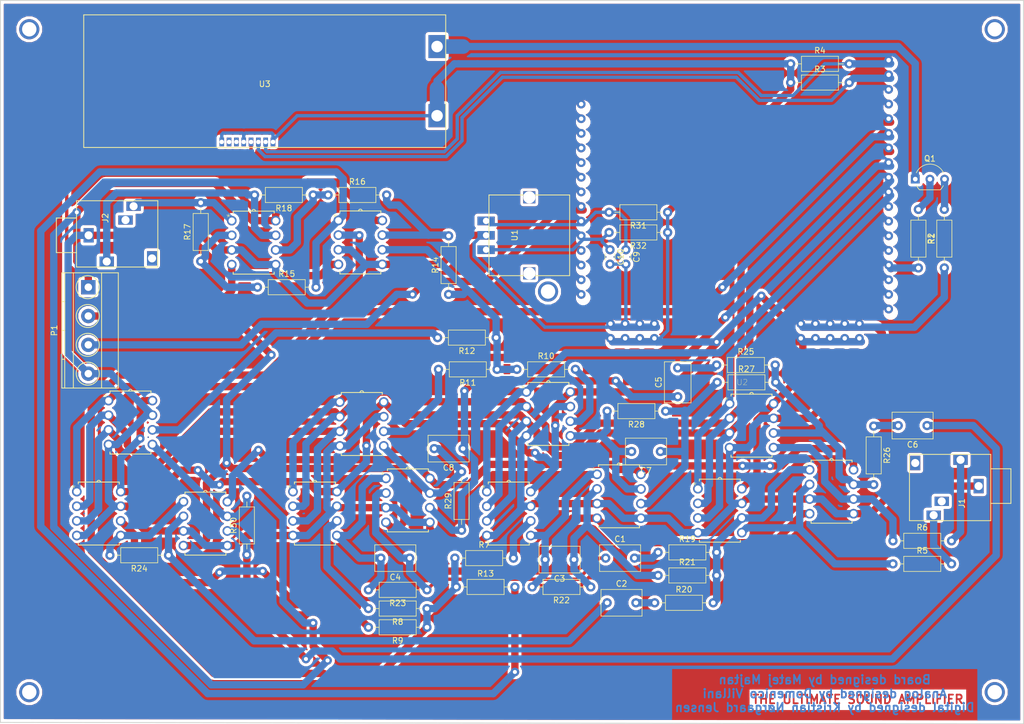
<source format=kicad_pcb>
(kicad_pcb (version 4) (host pcbnew 4.0.5)
  (layers (0 F.Cu signal) (31 B.Cu signal) (34 B.Paste user) (35 F.Paste user) (36 B.SilkS user) (37 F.SilkS user) (38 B.Mask user) (39 F.Mask user) (44 Edge.Cuts user))
  (net 0 "")
  (net 1 RIGHT_IN)
  (net 2 GND)
  (net 3 "Net-(C1-Pad1)")
  (net 4 "Net-(C1-Pad2)")
  (net 5 "Net-(C2-Pad1)")
  (net 6 "Net-(C2-Pad2)")
  (net 7 "Net-(C3-Pad1)")
  (net 8 "Net-(C3-Pad2)")
  (net 9 "Net-(C4-Pad2)")
  (net 10 "Net-(C5-Pad1)")
  (net 11 "Net-(C5-Pad2)")
  (net 12 "Net-(C6-Pad1)")
  (net 13 "Net-(C6-Pad2)")
  (net 14 "Net-(C7-Pad1)")
  (net 15 "Net-(C7-Pad2)")
  (net 16 "Net-(C8-Pad2)")
  (net 17 "Net-(C9-Pad1)")
  (net 18 "Net-(C10-Pad1)")
  (net 19 LEFT_IN)
  (net 20 RIGHT_OUT)
  (net 21 LEFT_OUT)
  (net 22 "Net-(Q1-Pad2)")
  (net 23 "Net-(Q1-Pad3)")
  (net 24 "Net-(Q1-Pad1)")
  (net 25 "Net-(R1-Pad2)")
  (net 26 +5V)
  (net 27 SDA)
  (net 28 SCL)
  (net 29 "Net-(R5-Pad1)")
  (net 30 "Net-(R6-Pad1)")
  (net 31 "Net-(R13-Pad1)")
  (net 32 /analogCircuit/leftChannelBands/SINGAL_LOW)
  (net 33 /analogCircuit/leftChannelBands/SINGAL_MID)
  (net 34 /analogCircuit/leftChannelBands/SINGAL_HIGH)
  (net 35 "Net-(R10-Pad1)")
  (net 36 /analogCircuit/rightChannelBands/SINGAL_LOW)
  (net 37 /analogCircuit/rightChannelBands/SINGAL_MID)
  (net 38 /analogCircuit/rightChannelBands/SINGAL_HIGH)
  (net 39 "Net-(R13-Pad2)")
  (net 40 "Net-(R14-Pad2)")
  (net 41 "Net-(R15-Pad1)")
  (net 42 "Net-(R16-Pad1)")
  (net 43 /analogCircuit/leftChannelBands/SIGNAL_IN)
  (net 44 "Net-(R24-Pad2)")
  (net 45 /analogCircuit/rightChannelBands/SIGNAL_IN)
  (net 46 "Net-(R30-Pad2)")
  (net 47 CS_0)
  (net 48 CS_1)
  (net 49 CS_2)
  (net 50 MOSI)
  (net 51 CS_3)
  (net 52 SCK)
  (net 53 -12VA)
  (net 54 +12V)
  (net 55 VIN_5V)
  (module Don-VIA:VIA-0.3mm (layer F.Cu) (at 157.5 83)
    (fp_text reference REF** hide)
    (fp_text value VIA-0.3mm hide)
    (pad 1 thru_hole circle (at 0 0) (size 3.5 3.5) (drill 2.5) (layers *.Cu *.Mask))
  )
  (module Don-VIA:VIA-0.3mm (layer F.Cu) (at 67.5 37.5)
    (fp_text reference REF** hide)
    (fp_text value VIA-0.3mm hide)
    (pad 1 thru_hole circle (at 0 0) (size 3.5 3.5) (drill 2.5) (layers *.Cu *.Mask))
  )
  (module Don-VIA:VIA-0.3mm (layer F.Cu) (at 67.5 152.5)
    (fp_text reference REF** hide)
    (fp_text value VIA-0.3mm hide)
    (pad 1 thru_hole circle (at 0 0) (size 3.5 3.5) (drill 2.5) (layers *.Cu *.Mask))
  )
  (module Don-VIA:VIA-0.3mm (layer F.Cu) (at 235 152.5)
    (fp_text reference REF** hide)
    (fp_text value VIA-0.3mm hide)
    (pad 1 thru_hole circle (at 0 0) (size 3.5 3.5) (drill 2.5) (layers *.Cu *.Mask))
  )
  (module conektor:JACK_3,5mm_5pin (layer F.Cu) (at 227.25 117 270)
    (fp_text reference J1 (at 2.75 -2.05 270) (layer F.SilkS))
    (fp_text value JACK_2P)
    (pad 1 thru_hole rect (at -0.25 -4.95 270) (size 2.5 1.75) (drill 1.4) (layers *.Cu *.Mask) (net 2 GND))
    (pad 2 thru_hole rect (at -4.8 -1.81 270) (size 1.75 2.5) (drill 1.4) (layers *.Cu *.Mask) (net 1 RIGHT_IN))
    (pad 4 thru_hole rect (at -4.25 6.05 270) (size 2.5 1.75) (drill 1.4) (layers *.Cu *.Mask))
    (pad 5 thru_hole rect (at 2.4 1.45 270) (size 1.6 2.5) (drill 1.4) (layers *.Cu *.Mask))
    (pad 3 thru_hole rect (at 4.8 2.85 270) (size 1.6 2.5) (drill 1.4) (layers *.Cu *.Mask) (net 19 LEFT_IN))
  )
  (module Capacitors_THT:C_Rect_L7.0mm_W4.5mm_P5.00mm (layer F.Cu) (at 167.5 129.25)
    (fp_text reference C1 (at 2.5 -3.31) (layer F.SilkS))
    (fp_text value 330n)
    (pad 1 thru_hole circle (at 0 0) (size 1.6 1.6) (drill 0.8) (layers *.Cu *.Mask) (net 3 "Net-(C1-Pad1)"))
    (pad 2 thru_hole circle (at 5 0) (size 1.6 1.6) (drill 0.8) (layers *.Cu *.Mask) (net 4 "Net-(C1-Pad2)"))
  )
  (module Capacitors_THT:C_Rect_L7.0mm_W4.5mm_P5.00mm (layer F.Cu) (at 167.75 137)
    (fp_text reference C2 (at 2.5 -3.31) (layer F.SilkS))
    (fp_text value 220n)
    (pad 1 thru_hole circle (at 0 0) (size 1.6 1.6) (drill 0.8) (layers *.Cu *.Mask) (net 5 "Net-(C2-Pad1)"))
    (pad 2 thru_hole circle (at 5 0) (size 1.6 1.6) (drill 0.8) (layers *.Cu *.Mask) (net 6 "Net-(C2-Pad2)"))
  )
  (module Capacitors_THT:C_Rect_L7.0mm_W4.5mm_P5.00mm (layer F.Cu) (at 162 129.5 180)
    (fp_text reference C3 (at 2.5 -3.31 180) (layer F.SilkS))
    (fp_text value 330n)
    (pad 1 thru_hole circle (at 0 0 180) (size 1.6 1.6) (drill 0.8) (layers *.Cu *.Mask) (net 7 "Net-(C3-Pad1)"))
    (pad 2 thru_hole circle (at 5 0 180) (size 1.6 1.6) (drill 0.8) (layers *.Cu *.Mask) (net 8 "Net-(C3-Pad2)"))
  )
  (module Capacitors_THT:C_Rect_L7.0mm_W4.5mm_P5.00mm (layer F.Cu) (at 133.5 129.25 180)
    (fp_text reference C4 (at 2.5 -3.31 180) (layer F.SilkS))
    (fp_text value 220n)
    (pad 1 thru_hole circle (at 0 0 180) (size 1.6 1.6) (drill 0.8) (layers *.Cu *.Mask) (net 3 "Net-(C1-Pad1)"))
    (pad 2 thru_hole circle (at 5 0 180) (size 1.6 1.6) (drill 0.8) (layers *.Cu *.Mask) (net 9 "Net-(C4-Pad2)"))
  )
  (module Capacitors_THT:C_Rect_L7.0mm_W4.5mm_P5.00mm (layer F.Cu) (at 180 101.25 90)
    (fp_text reference C5 (at 2.5 -3.31 90) (layer F.SilkS))
    (fp_text value 330n)
    (pad 1 thru_hole circle (at 0 0 90) (size 1.6 1.6) (drill 0.8) (layers *.Cu *.Mask) (net 10 "Net-(C5-Pad1)"))
    (pad 2 thru_hole circle (at 5 0 90) (size 1.6 1.6) (drill 0.8) (layers *.Cu *.Mask) (net 11 "Net-(C5-Pad2)"))
  )
  (module Capacitors_THT:C_Rect_L7.0mm_W4.5mm_P5.00mm (layer F.Cu) (at 223.25 106.25 180)
    (fp_text reference C6 (at 2.5 -3.31 180) (layer F.SilkS))
    (fp_text value 220n)
    (pad 1 thru_hole circle (at 0 0 180) (size 1.6 1.6) (drill 0.8) (layers *.Cu *.Mask) (net 12 "Net-(C6-Pad1)"))
    (pad 2 thru_hole circle (at 5 0 180) (size 1.6 1.6) (drill 0.8) (layers *.Cu *.Mask) (net 13 "Net-(C6-Pad2)"))
  )
  (module Capacitors_THT:C_Rect_L7.0mm_W4.5mm_P5.00mm (layer F.Cu) (at 177 110.75 180)
    (fp_text reference C7 (at 2.5 -3.31 180) (layer F.SilkS))
    (fp_text value 330n)
    (pad 1 thru_hole circle (at 0 0 180) (size 1.6 1.6) (drill 0.8) (layers *.Cu *.Mask) (net 14 "Net-(C7-Pad1)"))
    (pad 2 thru_hole circle (at 5 0 180) (size 1.6 1.6) (drill 0.8) (layers *.Cu *.Mask) (net 15 "Net-(C7-Pad2)"))
  )
  (module Capacitors_THT:C_Rect_L7.0mm_W4.5mm_P5.00mm (layer F.Cu) (at 142.75 110.25 180)
    (fp_text reference C8 (at 2.5 -3.31 180) (layer F.SilkS))
    (fp_text value 220n)
    (pad 1 thru_hole circle (at 0 0 180) (size 1.6 1.6) (drill 0.8) (layers *.Cu *.Mask) (net 10 "Net-(C5-Pad1)"))
    (pad 2 thru_hole circle (at 5 0 180) (size 1.6 1.6) (drill 0.8) (layers *.Cu *.Mask) (net 16 "Net-(C8-Pad2)"))
  )
  (module Capacitors_THT:C_Disc_D3.0mm_W1.6mm_P2.50mm (layer F.Cu) (at 171 75.75 270)
    (fp_text reference C9 (at 1.25 -1.86 270) (layer F.SilkS))
    (fp_text value 100n)
    (pad 1 thru_hole circle (at 0 0 270) (size 1.6 1.6) (drill 0.8) (layers *.Cu *.Mask) (net 17 "Net-(C9-Pad1)"))
    (pad 2 thru_hole circle (at 2.5 0 270) (size 1.6 1.6) (drill 0.8) (layers *.Cu *.Mask) (net 2 GND))
  )
  (module Capacitors_THT:C_Disc_D3.0mm_W1.6mm_P2.50mm (layer F.Cu) (at 168.25 75.75 270)
    (fp_text reference C10 (at 1.25 -1.86 270) (layer F.SilkS))
    (fp_text value 100n)
    (pad 1 thru_hole circle (at 0 0 270) (size 1.6 1.6) (drill 0.8) (layers *.Cu *.Mask) (net 18 "Net-(C10-Pad1)"))
    (pad 2 thru_hole circle (at 2.5 0 270) (size 1.6 1.6) (drill 0.8) (layers *.Cu *.Mask) (net 2 GND))
  )
  (module conektor:JACK_3,5mm_5pin (layer F.Cu) (at 82.75 73 90)
    (fp_text reference J2 (at 2.75 -2.05 90) (layer F.SilkS))
    (fp_text value JACK_2P)
    (pad 1 thru_hole rect (at -0.25 -4.95 90) (size 2.5 1.75) (drill 1.4) (layers *.Cu *.Mask) (net 2 GND))
    (pad 2 thru_hole rect (at -4.8 -1.81 90) (size 1.75 2.5) (drill 1.4) (layers *.Cu *.Mask) (net 20 RIGHT_OUT))
    (pad 4 thru_hole rect (at -4.25 6.05 90) (size 2.5 1.75) (drill 1.4) (layers *.Cu *.Mask))
    (pad 5 thru_hole rect (at 2.4 1.45 90) (size 1.6 2.5) (drill 1.4) (layers *.Cu *.Mask))
    (pad 3 thru_hole rect (at 4.8 2.85 90) (size 1.6 2.5) (drill 1.4) (layers *.Cu *.Mask) (net 21 LEFT_OUT))
  )
  (module TO_SOT_Packages_THT:TO-92_Inline_Wide (layer F.Cu) (at 221.21 63.5)
    (fp_text reference Q1 (at 2.54 -3.56 180) (layer F.SilkS))
    (fp_text value BC547)
    (pad 2 thru_hole circle (at 2.54 0 90) (size 1.52 1.52) (drill 0.8) (layers *.Cu *.Mask) (net 22 "Net-(Q1-Pad2)"))
    (pad 3 thru_hole circle (at 5.08 0 90) (size 1.52 1.52) (drill 0.8) (layers *.Cu *.Mask) (net 23 "Net-(Q1-Pad3)"))
    (pad 1 thru_hole rect (at 0 0 90) (size 1.52 1.52) (drill 0.8) (layers *.Cu *.Mask) (net 24 "Net-(Q1-Pad1)"))
  )
  (module Resistors_THT:R_Axial_DIN0207_L6.3mm_D2.5mm_P10.16mm_Horizontal (layer F.Cu) (at 221.75 68.75 270)
    (fp_text reference R1 (at 5.08 -2.31 270) (layer F.SilkS))
    (fp_text value 5K6)
    (pad 1 thru_hole circle (at 0 0 270) (size 1.6 1.6) (drill 0.8) (layers *.Cu *.Mask) (net 22 "Net-(Q1-Pad2)"))
    (pad 2 thru_hole oval (at 10.16 0 270) (size 1.6 1.6) (drill 0.8) (layers *.Cu *.Mask) (net 25 "Net-(R1-Pad2)"))
  )
  (module Resistors_THT:R_Axial_DIN0207_L6.3mm_D2.5mm_P10.16mm_Horizontal (layer F.Cu) (at 226.25 78.91 90)
    (fp_text reference R2 (at 5.08 -2.31 90) (layer F.SilkS))
    (fp_text value 47R)
    (pad 1 thru_hole circle (at 0 0 90) (size 1.6 1.6) (drill 0.8) (layers *.Cu *.Mask) (net 2 GND))
    (pad 2 thru_hole oval (at 10.16 0 90) (size 1.6 1.6) (drill 0.8) (layers *.Cu *.Mask) (net 23 "Net-(Q1-Pad3)"))
  )
  (module Resistors_THT:R_Axial_DIN0207_L6.3mm_D2.5mm_P10.16mm_Horizontal (layer F.Cu) (at 199.59 46.75)
    (fp_text reference R3 (at 5.08 -2.31) (layer F.SilkS))
    (fp_text value 2.7k)
    (pad 1 thru_hole circle (at 0 0) (size 1.6 1.6) (drill 0.8) (layers *.Cu *.Mask) (net 26 +5V))
    (pad 2 thru_hole oval (at 10.16 0) (size 1.6 1.6) (drill 0.8) (layers *.Cu *.Mask) (net 27 SDA))
  )
  (module Resistors_THT:R_Axial_DIN0207_L6.3mm_D2.5mm_P10.16mm_Horizontal (layer F.Cu) (at 199.59 43.5)
    (fp_text reference R4 (at 5.08 -2.31) (layer F.SilkS))
    (fp_text value 2.7k)
    (pad 1 thru_hole circle (at 0 0) (size 1.6 1.6) (drill 0.8) (layers *.Cu *.Mask) (net 26 +5V))
    (pad 2 thru_hole oval (at 10.16 0) (size 1.6 1.6) (drill 0.8) (layers *.Cu *.Mask) (net 28 SCL))
  )
  (module Resistors_THT:R_Axial_DIN0207_L6.3mm_D2.5mm_P10.16mm_Horizontal (layer F.Cu) (at 217.34 130.25)
    (fp_text reference R5 (at 5.08 -2.31) (layer F.SilkS))
    (fp_text value 4K7)
    (pad 1 thru_hole circle (at 0 0) (size 1.6 1.6) (drill 0.8) (layers *.Cu *.Mask) (net 29 "Net-(R5-Pad1)"))
    (pad 2 thru_hole oval (at 10.16 0) (size 1.6 1.6) (drill 0.8) (layers *.Cu *.Mask) (net 19 LEFT_IN))
  )
  (module Resistors_THT:R_Axial_DIN0207_L6.3mm_D2.5mm_P10.16mm_Horizontal (layer F.Cu) (at 217.34 126.25)
    (fp_text reference R6 (at 5.08 -2.31) (layer F.SilkS))
    (fp_text value 4K7)
    (pad 1 thru_hole circle (at 0 0) (size 1.6 1.6) (drill 0.8) (layers *.Cu *.Mask) (net 30 "Net-(R6-Pad1)"))
    (pad 2 thru_hole oval (at 10.16 0) (size 1.6 1.6) (drill 0.8) (layers *.Cu *.Mask) (net 1 RIGHT_IN))
  )
  (module Resistors_THT:R_Axial_DIN0207_L6.3mm_D2.5mm_P10.16mm_Horizontal (layer F.Cu) (at 141.34 129.25)
    (fp_text reference R7 (at 5.08 -2.31) (layer F.SilkS))
    (fp_text value 10K)
    (pad 1 thru_hole circle (at 0 0) (size 1.6 1.6) (drill 0.8) (layers *.Cu *.Mask) (net 31 "Net-(R13-Pad1)"))
    (pad 2 thru_hole oval (at 10.16 0) (size 1.6 1.6) (drill 0.8) (layers *.Cu *.Mask) (net 32 /analogCircuit/leftChannelBands/SINGAL_LOW))
  )
  (module Resistors_THT:R_Axial_DIN0207_L6.3mm_D2.5mm_P10.16mm_Horizontal (layer F.Cu) (at 136.5 138 180)
    (fp_text reference R8 (at 5.08 -2.31 180) (layer F.SilkS))
    (fp_text value 10K)
    (pad 1 thru_hole circle (at 0 0 180) (size 1.6 1.6) (drill 0.8) (layers *.Cu *.Mask) (net 31 "Net-(R13-Pad1)"))
    (pad 2 thru_hole oval (at 10.16 0 180) (size 1.6 1.6) (drill 0.8) (layers *.Cu *.Mask) (net 33 /analogCircuit/leftChannelBands/SINGAL_MID))
  )
  (module Resistors_THT:R_Axial_DIN0207_L6.3mm_D2.5mm_P10.16mm_Horizontal (layer F.Cu) (at 136.5 141.25 180)
    (fp_text reference R9 (at 5.08 -2.31 180) (layer F.SilkS))
    (fp_text value 10K)
    (pad 1 thru_hole circle (at 0 0 180) (size 1.6 1.6) (drill 0.8) (layers *.Cu *.Mask) (net 31 "Net-(R13-Pad1)"))
    (pad 2 thru_hole oval (at 10.16 0 180) (size 1.6 1.6) (drill 0.8) (layers *.Cu *.Mask) (net 34 /analogCircuit/leftChannelBands/SINGAL_HIGH))
  )
  (module Resistors_THT:R_Axial_DIN0207_L6.3mm_D2.5mm_P10.16mm_Horizontal (layer F.Cu) (at 152.09 96.5)
    (fp_text reference R10 (at 5.08 -2.31) (layer F.SilkS))
    (fp_text value 10K)
    (pad 1 thru_hole circle (at 0 0) (size 1.6 1.6) (drill 0.8) (layers *.Cu *.Mask) (net 35 "Net-(R10-Pad1)"))
    (pad 2 thru_hole oval (at 10.16 0) (size 1.6 1.6) (drill 0.8) (layers *.Cu *.Mask) (net 36 /analogCircuit/rightChannelBands/SINGAL_LOW))
  )
  (module Resistors_THT:R_Axial_DIN0207_L6.3mm_D2.5mm_P10.16mm_Horizontal (layer F.Cu) (at 148.66 96.5 180)
    (fp_text reference R11 (at 5.08 -2.31 180) (layer F.SilkS))
    (fp_text value 10K)
    (pad 1 thru_hole circle (at 0 0 180) (size 1.6 1.6) (drill 0.8) (layers *.Cu *.Mask) (net 35 "Net-(R10-Pad1)"))
    (pad 2 thru_hole oval (at 10.16 0 180) (size 1.6 1.6) (drill 0.8) (layers *.Cu *.Mask) (net 37 /analogCircuit/rightChannelBands/SINGAL_MID))
  )
  (module Resistors_THT:R_Axial_DIN0207_L6.3mm_D2.5mm_P10.16mm_Horizontal (layer F.Cu) (at 148.5 91 180)
    (fp_text reference R12 (at 5.08 -2.31 180) (layer F.SilkS))
    (fp_text value 10K)
    (pad 1 thru_hole circle (at 0 0 180) (size 1.6 1.6) (drill 0.8) (layers *.Cu *.Mask) (net 35 "Net-(R10-Pad1)"))
    (pad 2 thru_hole oval (at 10.16 0 180) (size 1.6 1.6) (drill 0.8) (layers *.Cu *.Mask) (net 38 /analogCircuit/rightChannelBands/SINGAL_HIGH))
  )
  (module Resistors_THT:R_Axial_DIN0207_L6.3mm_D2.5mm_P10.16mm_Horizontal (layer F.Cu) (at 141.59 134.25)
    (fp_text reference R13 (at 5.08 -2.31) (layer F.SilkS))
    (fp_text value 5K6)
    (pad 1 thru_hole circle (at 0 0) (size 1.6 1.6) (drill 0.8) (layers *.Cu *.Mask) (net 31 "Net-(R13-Pad1)"))
    (pad 2 thru_hole oval (at 10.16 0) (size 1.6 1.6) (drill 0.8) (layers *.Cu *.Mask) (net 39 "Net-(R13-Pad2)"))
  )
  (module Resistors_THT:R_Axial_DIN0207_L6.3mm_D2.5mm_P10.16mm_Horizontal (layer F.Cu) (at 140.25 83.5 90)
    (fp_text reference R14 (at 5.08 -2.31 90) (layer F.SilkS))
    (fp_text value 5K6)
    (pad 1 thru_hole circle (at 0 0 90) (size 1.6 1.6) (drill 0.8) (layers *.Cu *.Mask) (net 35 "Net-(R10-Pad1)"))
    (pad 2 thru_hole oval (at 10.16 0 90) (size 1.6 1.6) (drill 0.8) (layers *.Cu *.Mask) (net 40 "Net-(R14-Pad2)"))
  )
  (module Resistors_THT:R_Axial_DIN0207_L6.3mm_D2.5mm_P10.16mm_Horizontal (layer F.Cu) (at 107.09 82.25)
    (fp_text reference R15 (at 5.08 -2.31) (layer F.SilkS))
    (fp_text value 3K6)
    (pad 1 thru_hole circle (at 0 0) (size 1.6 1.6) (drill 0.8) (layers *.Cu *.Mask) (net 41 "Net-(R15-Pad1)"))
    (pad 2 thru_hole oval (at 10.16 0) (size 1.6 1.6) (drill 0.8) (layers *.Cu *.Mask) (net 39 "Net-(R13-Pad2)"))
  )
  (module Resistors_THT:R_Axial_DIN0207_L6.3mm_D2.5mm_P10.16mm_Horizontal (layer F.Cu) (at 119.34 66.25)
    (fp_text reference R16 (at 5.08 -2.31) (layer F.SilkS))
    (fp_text value 3K6)
    (pad 1 thru_hole circle (at 0 0) (size 1.6 1.6) (drill 0.8) (layers *.Cu *.Mask) (net 42 "Net-(R16-Pad1)"))
    (pad 2 thru_hole oval (at 10.16 0) (size 1.6 1.6) (drill 0.8) (layers *.Cu *.Mask) (net 40 "Net-(R14-Pad2)"))
  )
  (module Resistors_THT:R_Axial_DIN0207_L6.3mm_D2.5mm_P10.16mm_Horizontal (layer F.Cu) (at 97.25 77.75 90)
    (fp_text reference R17 (at 5.08 -2.31 90) (layer F.SilkS))
    (fp_text value 10K)
    (pad 1 thru_hole circle (at 0 0 90) (size 1.6 1.6) (drill 0.8) (layers *.Cu *.Mask) (net 41 "Net-(R15-Pad1)"))
    (pad 2 thru_hole oval (at 10.16 0 90) (size 1.6 1.6) (drill 0.8) (layers *.Cu *.Mask) (net 21 LEFT_OUT))
  )
  (module Resistors_THT:R_Axial_DIN0207_L6.3mm_D2.5mm_P10.16mm_Horizontal (layer F.Cu) (at 116.75 66.25 180)
    (fp_text reference R18 (at 5.08 -2.31 180) (layer F.SilkS))
    (fp_text value 10K)
    (pad 1 thru_hole circle (at 0 0 180) (size 1.6 1.6) (drill 0.8) (layers *.Cu *.Mask) (net 42 "Net-(R16-Pad1)"))
    (pad 2 thru_hole oval (at 10.16 0 180) (size 1.6 1.6) (drill 0.8) (layers *.Cu *.Mask) (net 20 RIGHT_OUT))
  )
  (module Resistors_THT:R_Axial_DIN0207_L6.3mm_D2.5mm_P10.16mm_Horizontal (layer F.Cu) (at 176.59 128.25)
    (fp_text reference R19 (at 5.08 -2.31) (layer F.SilkS))
    (fp_text value 1K)
    (pad 1 thru_hole circle (at 0 0) (size 1.6 1.6) (drill 0.8) (layers *.Cu *.Mask) (net 4 "Net-(C1-Pad2)"))
    (pad 2 thru_hole oval (at 10.16 0) (size 1.6 1.6) (drill 0.8) (layers *.Cu *.Mask) (net 43 /analogCircuit/leftChannelBands/SIGNAL_IN))
  )
  (module Resistors_THT:R_Axial_DIN0207_L6.3mm_D2.5mm_P10.16mm_Horizontal (layer F.Cu) (at 176 137)
    (fp_text reference R20 (at 5.08 -2.31) (layer F.SilkS))
    (fp_text value 470R)
    (pad 1 thru_hole circle (at 0 0) (size 1.6 1.6) (drill 0.8) (layers *.Cu *.Mask) (net 6 "Net-(C2-Pad2)"))
    (pad 2 thru_hole oval (at 10.16 0) (size 1.6 1.6) (drill 0.8) (layers *.Cu *.Mask) (net 43 /analogCircuit/leftChannelBands/SIGNAL_IN))
  )
  (module Resistors_THT:R_Axial_DIN0207_L6.3mm_D2.5mm_P10.16mm_Horizontal (layer F.Cu) (at 176.59 132.25)
    (fp_text reference R21 (at 5.08 -2.31) (layer F.SilkS))
    (fp_text value 1K)
    (pad 1 thru_hole circle (at 0 0) (size 1.6 1.6) (drill 0.8) (layers *.Cu *.Mask) (net 7 "Net-(C3-Pad1)"))
    (pad 2 thru_hole oval (at 10.16 0) (size 1.6 1.6) (drill 0.8) (layers *.Cu *.Mask) (net 43 /analogCircuit/leftChannelBands/SIGNAL_IN))
  )
  (module Resistors_THT:R_Axial_DIN0207_L6.3mm_D2.5mm_P10.16mm_Horizontal (layer F.Cu) (at 164.91 134.25 180)
    (fp_text reference R22 (at 5.08 -2.31 180) (layer F.SilkS))
    (fp_text value 820R)
    (pad 1 thru_hole circle (at 0 0 180) (size 1.6 1.6) (drill 0.8) (layers *.Cu *.Mask) (net 7 "Net-(C3-Pad1)"))
    (pad 2 thru_hole oval (at 10.16 0 180) (size 1.6 1.6) (drill 0.8) (layers *.Cu *.Mask) (net 8 "Net-(C3-Pad2)"))
  )
  (module Resistors_THT:R_Axial_DIN0207_L6.3mm_D2.5mm_P10.16mm_Horizontal (layer F.Cu) (at 136.5 134.75 180)
    (fp_text reference R23 (at 5.08 -2.31 180) (layer F.SilkS))
    (fp_text value 470R)
    (pad 1 thru_hole circle (at 0 0 180) (size 1.6 1.6) (drill 0.8) (layers *.Cu *.Mask) (net 3 "Net-(C1-Pad1)"))
    (pad 2 thru_hole oval (at 10.16 0 180) (size 1.6 1.6) (drill 0.8) (layers *.Cu *.Mask) (net 9 "Net-(C4-Pad2)"))
  )
  (module Resistors_THT:R_Axial_DIN0207_L6.3mm_D2.5mm_P10.16mm_Horizontal (layer F.Cu) (at 91.66 128.75 180)
    (fp_text reference R24 (at 5.08 -2.31 180) (layer F.SilkS))
    (fp_text value 390R)
    (pad 1 thru_hole circle (at 0 0 180) (size 1.6 1.6) (drill 0.8) (layers *.Cu *.Mask) (net 5 "Net-(C2-Pad1)"))
    (pad 2 thru_hole oval (at 10.16 0 180) (size 1.6 1.6) (drill 0.8) (layers *.Cu *.Mask) (net 44 "Net-(R24-Pad2)"))
  )
  (module Resistors_THT:R_Axial_DIN0207_L6.3mm_D2.5mm_P10.16mm_Horizontal (layer F.Cu) (at 186.75 95.75)
    (fp_text reference R25 (at 5.08 -2.31) (layer F.SilkS))
    (fp_text value 1K)
    (pad 1 thru_hole circle (at 0 0) (size 1.6 1.6) (drill 0.8) (layers *.Cu *.Mask) (net 11 "Net-(C5-Pad2)"))
    (pad 2 thru_hole oval (at 10.16 0) (size 1.6 1.6) (drill 0.8) (layers *.Cu *.Mask) (net 45 /analogCircuit/rightChannelBands/SIGNAL_IN))
  )
  (module Resistors_THT:R_Axial_DIN0207_L6.3mm_D2.5mm_P10.16mm_Horizontal (layer F.Cu) (at 214 106.34 270)
    (fp_text reference R26 (at 5.08 -2.31 270) (layer F.SilkS))
    (fp_text value 470R)
    (pad 1 thru_hole circle (at 0 0 270) (size 1.6 1.6) (drill 0.8) (layers *.Cu *.Mask) (net 13 "Net-(C6-Pad2)"))
    (pad 2 thru_hole oval (at 10.16 0 270) (size 1.6 1.6) (drill 0.8) (layers *.Cu *.Mask) (net 45 /analogCircuit/rightChannelBands/SIGNAL_IN))
  )
  (module Resistors_THT:R_Axial_DIN0207_L6.3mm_D2.5mm_P10.16mm_Horizontal (layer F.Cu) (at 186.84 98.75)
    (fp_text reference R27 (at 5.08 -2.31) (layer F.SilkS))
    (fp_text value 1K)
    (pad 1 thru_hole circle (at 0 0) (size 1.6 1.6) (drill 0.8) (layers *.Cu *.Mask) (net 14 "Net-(C7-Pad1)"))
    (pad 2 thru_hole oval (at 10.16 0) (size 1.6 1.6) (drill 0.8) (layers *.Cu *.Mask) (net 45 /analogCircuit/rightChannelBands/SIGNAL_IN))
  )
  (module Resistors_THT:R_Axial_DIN0207_L6.3mm_D2.5mm_P10.16mm_Horizontal (layer F.Cu) (at 177.91 103.75 180)
    (fp_text reference R28 (at 5.08 -2.31 180) (layer F.SilkS))
    (fp_text value 820R)
    (pad 1 thru_hole circle (at 0 0 180) (size 1.6 1.6) (drill 0.8) (layers *.Cu *.Mask) (net 14 "Net-(C7-Pad1)"))
    (pad 2 thru_hole oval (at 10.16 0 180) (size 1.6 1.6) (drill 0.8) (layers *.Cu *.Mask) (net 15 "Net-(C7-Pad2)"))
  )
  (module Resistors_THT:R_Axial_DIN0207_L6.3mm_D2.5mm_P10.16mm_Horizontal (layer F.Cu) (at 142.5 124.41 90)
    (fp_text reference R29 (at 5.08 -2.31 90) (layer F.SilkS))
    (fp_text value 470R)
    (pad 1 thru_hole circle (at 0 0 90) (size 1.6 1.6) (drill 0.8) (layers *.Cu *.Mask) (net 10 "Net-(C5-Pad1)"))
    (pad 2 thru_hole oval (at 10.16 0 90) (size 1.6 1.6) (drill 0.8) (layers *.Cu *.Mask) (net 16 "Net-(C8-Pad2)"))
  )
  (module Resistors_THT:R_Axial_DIN0207_L6.3mm_D2.5mm_P10.16mm_Horizontal (layer F.Cu) (at 105.25 128.66 90)
    (fp_text reference R30 (at 5.08 -2.31 90) (layer F.SilkS))
    (fp_text value 390R)
    (pad 1 thru_hole circle (at 0 0 90) (size 1.6 1.6) (drill 0.8) (layers *.Cu *.Mask) (net 12 "Net-(C6-Pad1)"))
    (pad 2 thru_hole oval (at 10.16 0 90) (size 1.6 1.6) (drill 0.8) (layers *.Cu *.Mask) (net 46 "Net-(R30-Pad2)"))
  )
  (module Resistors_THT:R_Axial_DIN0207_L6.3mm_D2.5mm_P10.16mm_Horizontal (layer F.Cu) (at 178.25 69.25 180)
    (fp_text reference R31 (at 5.08 -2.31 180) (layer F.SilkS))
    (fp_text value 200K)
    (pad 1 thru_hole circle (at 0 0 180) (size 1.6 1.6) (drill 0.8) (layers *.Cu *.Mask) (net 26 +5V))
    (pad 2 thru_hole oval (at 10.16 0 180) (size 1.6 1.6) (drill 0.8) (layers *.Cu *.Mask) (net 17 "Net-(C9-Pad1)"))
  )
  (module Resistors_THT:R_Axial_DIN0207_L6.3mm_D2.5mm_P10.16mm_Horizontal (layer F.Cu) (at 178.25 72.75 180)
    (fp_text reference R32 (at 5.08 -2.31 180) (layer F.SilkS))
    (fp_text value 200K)
    (pad 1 thru_hole circle (at 0 0 180) (size 1.6 1.6) (drill 0.8) (layers *.Cu *.Mask) (net 26 +5V))
    (pad 2 thru_hole oval (at 10.16 0 180) (size 1.6 1.6) (drill 0.8) (layers *.Cu *.Mask) (net 18 "Net-(C10-Pad1)"))
  )
  (module "rotary:Encoder EC12E" (layer F.Cu) (at 154.25 73.25 270)
    (fp_text reference U1 (at 0 2.54 270) (layer F.SilkS))
    (fp_text value EC12E1240405)
    (pad 1 thru_hole rect (at -2.5 7.5 270) (size 1.5 3) (drill 1.1) (layers *.Cu *.Mask) (net 17 "Net-(C9-Pad1)"))
    (pad 2 thru_hole rect (at 0 7.5 270) (size 1.5 3) (drill 1.1) (layers *.Cu *.Mask) (net 2 GND))
    (pad 3 thru_hole rect (at 2.5 7.5 270) (size 1.5 3) (drill 1.1) (layers *.Cu *.Mask) (net 18 "Net-(C10-Pad1)"))
    (pad "" thru_hole rect (at 6.6 0 270) (size 2.1 2.1) (drill 2.1) (layers *.Cu *.Mask))
    (pad "" thru_hole rect (at -6.6 0 270) (size 2.1 2.1) (drill 2.1) (layers *.Cu *.Mask))
  )
  (module xplainedBrd:xplained_board (layer F.Cu) (at 191.19 68.26)
    (fp_text reference U2 (at 0 30.48) (layer F.SilkS) (effects (font (thickness 0.05))))
    (fp_text value ATmega328P_XplainedMini)
    (pad 1 thru_hole circle (at -27.94 -17.78) (size 1.524 1.524) (drill 0.762) (layers *.Cu *.Mask))
    (pad 2 thru_hole circle (at -27.94 -15.24) (size 1.524 1.524) (drill 0.762) (layers *.Cu *.Mask))
    (pad 3 thru_hole circle (at -27.94 -12.7) (size 1.524 1.524) (drill 0.762) (layers *.Cu *.Mask))
    (pad 4 thru_hole circle (at -27.94 -10.16) (size 1.524 1.524) (drill 0.762) (layers *.Cu *.Mask))
    (pad 5 thru_hole circle (at -27.94 -7.62) (size 1.524 1.524) (drill 0.762) (layers *.Cu *.Mask))
    (pad 6 thru_hole circle (at -27.94 -5.08) (size 1.524 1.524) (drill 0.762) (layers *.Cu *.Mask))
    (pad 7 thru_hole circle (at -27.94 -2.54) (size 1.524 1.524) (drill 0.762) (layers *.Cu *.Mask))
    (pad 8 thru_hole circle (at -27.94 0) (size 1.524 1.524) (drill 0.762) (layers *.Cu *.Mask) (net 55 VIN_5V))
    (pad 9 thru_hole circle (at -27.94 2.54) (size 1.524 1.524) (drill 0.762) (layers *.Cu *.Mask) (net 17 "Net-(C9-Pad1)"))
    (pad 10 thru_hole circle (at -27.94 5.08) (size 1.524 1.524) (drill 0.762) (layers *.Cu *.Mask) (net 18 "Net-(C10-Pad1)"))
    (pad 11 thru_hole circle (at -27.94 7.62) (size 1.524 1.524) (drill 0.762) (layers *.Cu *.Mask))
    (pad 12 thru_hole circle (at -27.94 10.16) (size 1.524 1.524) (drill 0.762) (layers *.Cu *.Mask))
    (pad 13 thru_hole circle (at -27.94 12.7) (size 1.524 1.524) (drill 0.762) (layers *.Cu *.Mask))
    (pad 14 thru_hole circle (at -27.94 15.24) (size 1.524 1.524) (drill 0.762) (layers *.Cu *.Mask))
    (pad 15 thru_hole circle (at -22.86 20.32) (size 1.524 1.524) (drill 0.762) (layers *.Cu *.Mask) (net 2 GND))
    (pad 16 thru_hole circle (at -22.86 22.86) (size 1.524 1.524) (drill 0.762) (layers *.Cu *.Mask) (net 26 +5V))
    (pad 18 thru_hole circle (at 10.16 20.32) (size 1.524 1.524) (drill 0.762) (layers *.Cu *.Mask) (net 2 GND))
    (pad 17 thru_hole circle (at 10.16 22.86) (size 1.524 1.524) (drill 0.762) (layers *.Cu *.Mask) (net 26 +5V))
    (pad 19 thru_hole circle (at 25.4 17.78) (size 1.524 1.524) (drill 0.762) (layers *.Cu *.Mask))
    (pad 20 thru_hole circle (at 25.4 15.24) (size 1.524 1.524) (drill 0.762) (layers *.Cu *.Mask))
    (pad 21 thru_hole circle (at 25.4 12.7) (size 1.524 1.524) (drill 0.762) (layers *.Cu *.Mask))
    (pad 22 thru_hole circle (at 25.4 10.16) (size 1.524 1.524) (drill 0.762) (layers *.Cu *.Mask) (net 25 "Net-(R1-Pad2)"))
    (pad 23 thru_hole circle (at 25.4 7.62) (size 1.524 1.524) (drill 0.762) (layers *.Cu *.Mask))
    (pad 24 thru_hole circle (at 25.4 5.08) (size 1.524 1.524) (drill 0.762) (layers *.Cu *.Mask))
    (pad 25 thru_hole circle (at 25.4 2.54) (size 1.524 1.524) (drill 0.762) (layers *.Cu *.Mask))
    (pad 26 thru_hole circle (at 25.4 0) (size 1.524 1.524) (drill 0.762) (layers *.Cu *.Mask))
    (pad 27 thru_hole circle (at 25.4 -2.54) (size 1.524 1.524) (drill 0.762) (layers *.Cu *.Mask) (net 47 CS_0))
    (pad 28 thru_hole circle (at 25.4 -5.08) (size 1.524 1.524) (drill 0.762) (layers *.Cu *.Mask) (net 48 CS_1))
    (pad 29 thru_hole circle (at 25.4 -7.62) (size 1.524 1.524) (drill 0.762) (layers *.Cu *.Mask) (net 49 CS_2))
    (pad 30 thru_hole circle (at 25.4 -10.16) (size 1.524 1.524) (drill 0.762) (layers *.Cu *.Mask) (net 50 MOSI))
    (pad 31 thru_hole circle (at 25.4 -12.7) (size 1.524 1.524) (drill 0.762) (layers *.Cu *.Mask) (net 51 CS_3))
    (pad 32 thru_hole circle (at 25.4 -15.24) (size 1.524 1.524) (drill 0.762) (layers *.Cu *.Mask) (net 52 SCK))
    (pad 33 thru_hole circle (at 25.4 -17.78) (size 1.524 1.524) (drill 0.762) (layers *.Cu *.Mask))
    (pad 34 thru_hole circle (at 25.4 -20.32) (size 1.524 1.524) (drill 0.762) (layers *.Cu *.Mask))
    (pad 35 thru_hole circle (at 25.4 -22.86) (size 1.524 1.524) (drill 0.762) (layers *.Cu *.Mask) (net 27 SDA))
    (pad 15 thru_hole circle (at -20.32 20.32) (size 1.524 1.524) (drill 0.762) (layers *.Cu *.Mask) (net 2 GND))
    (pad 15 thru_hole circle (at -17.78 20.32) (size 1.524 1.524) (drill 0.762) (layers *.Cu *.Mask) (net 2 GND))
    (pad 15 thru_hole circle (at -15.24 20.32) (size 1.524 1.524) (drill 0.762) (layers *.Cu *.Mask) (net 2 GND))
    (pad 16 thru_hole circle (at -20.32 22.86) (size 1.524 1.524) (drill 0.762) (layers *.Cu *.Mask) (net 26 +5V))
    (pad 16 thru_hole circle (at -17.78 22.86) (size 1.524 1.524) (drill 0.762) (layers *.Cu *.Mask) (net 26 +5V))
    (pad 16 thru_hole circle (at -15.24 22.86) (size 1.524 1.524) (drill 0.762) (layers *.Cu *.Mask) (net 26 +5V))
    (pad 18 thru_hole circle (at 12.7 20.32) (size 1.524 1.524) (drill 0.762) (layers *.Cu *.Mask) (net 2 GND))
    (pad 18 thru_hole circle (at 15.24 20.32) (size 1.524 1.524) (drill 0.762) (layers *.Cu *.Mask) (net 2 GND))
    (pad 18 thru_hole circle (at 17.78 20.32) (size 1.524 1.524) (drill 0.762) (layers *.Cu *.Mask) (net 2 GND))
    (pad 18 thru_hole circle (at 20.32 20.32) (size 1.524 1.524) (drill 0.762) (layers *.Cu *.Mask) (net 2 GND))
    (pad 17 thru_hole circle (at 12.7 22.86) (size 1.524 1.524) (drill 0.762) (layers *.Cu *.Mask) (net 26 +5V))
    (pad 17 thru_hole circle (at 15.24 22.86) (size 1.524 1.524) (drill 0.762) (layers *.Cu *.Mask) (net 26 +5V))
    (pad 17 thru_hole circle (at 17.78 22.86) (size 1.524 1.524) (drill 0.762) (layers *.Cu *.Mask) (net 26 +5V))
    (pad 17 thru_hole circle (at 20.32 22.86) (size 1.524 1.524) (drill 0.762) (layers *.Cu *.Mask) (net 26 +5V))
    (pad 36 thru_hole circle (at 25.4 -25.4) (size 1.524 1.524) (drill 0.762) (layers *.Cu *.Mask) (net 28 SCL))
  )
  (module LCD:MCCOG21605D (layer F.Cu) (at 108.35 46.5)
    (fp_text reference U3 (at 0 0.5) (layer F.SilkS))
    (fp_text value MCCOG21605D)
    (pad 1 thru_hole rect (at -7.455 10.55) (size 0.8 1.5) (drill 0.762) (layers *.Cu *.Mask) (net 26 +5V))
    (pad 2 thru_hole rect (at -6.185 10.55) (size 0.8 1.5) (drill 0.762) (layers *.Cu *.Mask))
    (pad 3 thru_hole rect (at -4.915 10.55) (size 0.8 1.5) (drill 0.762) (layers *.Cu *.Mask))
    (pad 4 thru_hole rect (at -3.645 10.55) (size 0.8 1.5) (drill 0.762) (layers *.Cu *.Mask) (net 26 +5V))
    (pad 5 thru_hole rect (at -2.375 10.55) (size 0.8 1.5) (drill 0.762) (layers *.Cu *.Mask) (net 2 GND))
    (pad 6 thru_hole rect (at -1.105 10.55) (size 0.8 1.5) (drill 0.762) (layers *.Cu *.Mask) (net 27 SDA))
    (pad 7 thru_hole rect (at 0.165 10.55) (size 0.8 1.5) (drill 0.762) (layers *.Cu *.Mask) (net 28 SCL))
    (pad 8 thru_hole rect (at 1.435 10.55) (size 0.8 1.5) (drill 0.762) (layers *.Cu *.Mask) (net 26 +5V))
    (pad A thru_hole rect (at 29.9 6) (size 3 4) (drill 2) (layers *.Cu *.Mask) (net 26 +5V))
    (pad K thru_hole rect (at 29.9 -6) (size 3 4) (drill 2) (layers *.Cu *.Mask) (net 24 "Net-(Q1-Pad1)"))
  )
  (module Don-Fet-driver:DIP254P762X533-8 (layer F.Cu) (at 191.12 124.83)
    (fp_text reference U4)
    (fp_text value MCP4161-103E/P)
    (fp_text user * (at -8.2042 -8.1026) (layer F.SilkS) (effects (font (size 1.27 1.27) (thickness 0.0762))))
    (pad 1 thru_hole oval (at -7.62 -7.62) (size 1.6764 1.6764) (drill 1.1176) (layers *.Cu *.Mask) (net 47 CS_0))
    (pad 2 thru_hole oval (at -7.62 -5.08) (size 1.6764 1.6764) (drill 1.1176) (layers *.Cu *.Mask) (net 52 SCK))
    (pad 3 thru_hole oval (at -7.62 -2.54) (size 1.6764 1.6764) (drill 1.1176) (layers *.Cu *.Mask) (net 50 MOSI))
    (pad 4 thru_hole oval (at -7.62 0) (size 1.6764 1.6764) (drill 1.1176) (layers *.Cu *.Mask) (net 2 GND))
    (pad 5 thru_hole oval (at 0 0) (size 1.6764 1.6764) (drill 1.1176) (layers *.Cu *.Mask) (net 29 "Net-(R5-Pad1)"))
    (pad 6 thru_hole oval (at 0 -2.54) (size 1.6764 1.6764) (drill 1.1176) (layers *.Cu *.Mask) (net 43 /analogCircuit/leftChannelBands/SIGNAL_IN))
    (pad 7 thru_hole oval (at 0 -5.08) (size 1.6764 1.6764) (drill 1.1176) (layers *.Cu *.Mask) (net 2 GND))
    (pad 8 thru_hole oval (at 0 -7.62) (size 1.6764 1.6764) (drill 1.1176) (layers *.Cu *.Mask) (net 26 +5V))
  )
  (module Don-Fet-driver:DIP254P762X533-8 (layer F.Cu) (at 196.62 110.08)
    (fp_text reference U5)
    (fp_text value MCP4161-103E/P)
    (fp_text user * (at -8.2042 -8.1026) (layer F.SilkS) (effects (font (size 1.27 1.27) (thickness 0.0762))))
    (pad 1 thru_hole oval (at -7.62 -7.62) (size 1.6764 1.6764) (drill 1.1176) (layers *.Cu *.Mask) (net 47 CS_0))
    (pad 2 thru_hole oval (at -7.62 -5.08) (size 1.6764 1.6764) (drill 1.1176) (layers *.Cu *.Mask) (net 52 SCK))
    (pad 3 thru_hole oval (at -7.62 -2.54) (size 1.6764 1.6764) (drill 1.1176) (layers *.Cu *.Mask) (net 50 MOSI))
    (pad 4 thru_hole oval (at -7.62 0) (size 1.6764 1.6764) (drill 1.1176) (layers *.Cu *.Mask) (net 2 GND))
    (pad 5 thru_hole oval (at 0 0) (size 1.6764 1.6764) (drill 1.1176) (layers *.Cu *.Mask) (net 30 "Net-(R6-Pad1)"))
    (pad 6 thru_hole oval (at 0 -2.54) (size 1.6764 1.6764) (drill 1.1176) (layers *.Cu *.Mask) (net 45 /analogCircuit/rightChannelBands/SIGNAL_IN))
    (pad 7 thru_hole oval (at 0 -5.08) (size 1.6764 1.6764) (drill 1.1176) (layers *.Cu *.Mask) (net 2 GND))
    (pad 8 thru_hole oval (at 0 -7.62) (size 1.6764 1.6764) (drill 1.1176) (layers *.Cu *.Mask) (net 26 +5V))
  )
  (module Don-Fet-driver:DIP254P762X533-8 (layer F.Cu) (at 210.5 121.54)
    (fp_text reference U6)
    (fp_text value NE5532)
    (fp_text user * (at -8.2042 -8.1026) (layer F.SilkS) (effects (font (size 1.27 1.27) (thickness 0.0762))))
    (pad 1 thru_hole oval (at -7.62 -7.62) (size 1.6764 1.6764) (drill 1.1176) (layers *.Cu *.Mask) (net 43 /analogCircuit/leftChannelBands/SIGNAL_IN))
    (pad 2 thru_hole oval (at -7.62 -5.08) (size 1.6764 1.6764) (drill 1.1176) (layers *.Cu *.Mask) (net 29 "Net-(R5-Pad1)"))
    (pad 3 thru_hole oval (at -7.62 -2.54) (size 1.6764 1.6764) (drill 1.1176) (layers *.Cu *.Mask) (net 2 GND))
    (pad 4 thru_hole oval (at -7.62 0) (size 1.6764 1.6764) (drill 1.1176) (layers *.Cu *.Mask) (net 53 -12VA))
    (pad 5 thru_hole oval (at 0 0) (size 1.6764 1.6764) (drill 1.1176) (layers *.Cu *.Mask) (net 2 GND))
    (pad 6 thru_hole oval (at 0 -2.54) (size 1.6764 1.6764) (drill 1.1176) (layers *.Cu *.Mask) (net 30 "Net-(R6-Pad1)"))
    (pad 7 thru_hole oval (at 0 -5.08) (size 1.6764 1.6764) (drill 1.1176) (layers *.Cu *.Mask) (net 45 /analogCircuit/rightChannelBands/SIGNAL_IN))
    (pad 8 thru_hole oval (at 0 -7.62) (size 1.6764 1.6764) (drill 1.1176) (layers *.Cu *.Mask) (net 54 +12V))
  )
  (module Don-Fet-driver:DIP254P762X533-8 (layer F.Cu) (at 128.75 78.29)
    (fp_text reference U7)
    (fp_text value NE5532)
    (fp_text user * (at -8.2042 -8.1026) (layer F.SilkS) (effects (font (size 1.27 1.27) (thickness 0.0762))))
    (pad 1 thru_hole oval (at -7.62 -7.62) (size 1.6764 1.6764) (drill 1.1176) (layers *.Cu *.Mask) (net 39 "Net-(R13-Pad2)"))
    (pad 2 thru_hole oval (at -7.62 -5.08) (size 1.6764 1.6764) (drill 1.1176) (layers *.Cu *.Mask) (net 31 "Net-(R13-Pad1)"))
    (pad 3 thru_hole oval (at -7.62 -2.54) (size 1.6764 1.6764) (drill 1.1176) (layers *.Cu *.Mask) (net 2 GND))
    (pad 4 thru_hole oval (at -7.62 0) (size 1.6764 1.6764) (drill 1.1176) (layers *.Cu *.Mask) (net 53 -12VA))
    (pad 5 thru_hole oval (at 0 0) (size 1.6764 1.6764) (drill 1.1176) (layers *.Cu *.Mask) (net 2 GND))
    (pad 6 thru_hole oval (at 0 -2.54) (size 1.6764 1.6764) (drill 1.1176) (layers *.Cu *.Mask) (net 35 "Net-(R10-Pad1)"))
    (pad 7 thru_hole oval (at 0 -5.08) (size 1.6764 1.6764) (drill 1.1176) (layers *.Cu *.Mask) (net 40 "Net-(R14-Pad2)"))
    (pad 8 thru_hole oval (at 0 -7.62) (size 1.6764 1.6764) (drill 1.1176) (layers *.Cu *.Mask) (net 54 +12V))
  )
  (module Don-Fet-driver:DIP254P762X533-8 (layer F.Cu) (at 110.25 78.33)
    (fp_text reference U8)
    (fp_text value OPA2134A)
    (fp_text user * (at -8.2042 -8.1026) (layer F.SilkS) (effects (font (size 1.27 1.27) (thickness 0.0762))))
    (pad 1 thru_hole oval (at -7.62 -7.62) (size 1.6764 1.6764) (drill 1.1176) (layers *.Cu *.Mask) (net 21 LEFT_OUT))
    (pad 2 thru_hole oval (at -7.62 -5.08) (size 1.6764 1.6764) (drill 1.1176) (layers *.Cu *.Mask) (net 41 "Net-(R15-Pad1)"))
    (pad 3 thru_hole oval (at -7.62 -2.54) (size 1.6764 1.6764) (drill 1.1176) (layers *.Cu *.Mask) (net 2 GND))
    (pad 4 thru_hole oval (at -7.62 0) (size 1.6764 1.6764) (drill 1.1176) (layers *.Cu *.Mask) (net 53 -12VA))
    (pad 5 thru_hole oval (at 0 0) (size 1.6764 1.6764) (drill 1.1176) (layers *.Cu *.Mask) (net 2 GND))
    (pad 6 thru_hole oval (at 0 -2.54) (size 1.6764 1.6764) (drill 1.1176) (layers *.Cu *.Mask) (net 42 "Net-(R16-Pad1)"))
    (pad 7 thru_hole oval (at 0 -5.08) (size 1.6764 1.6764) (drill 1.1176) (layers *.Cu *.Mask) (net 20 RIGHT_OUT))
    (pad 8 thru_hole oval (at 0 -7.62) (size 1.6764 1.6764) (drill 1.1176) (layers *.Cu *.Mask) (net 54 +12V))
  )
  (module Don-Fet-driver:DIP254P762X533-8 (layer F.Cu) (at 173.62 122.33)
    (fp_text reference U9)
    (fp_text value NE5532)
    (fp_text user * (at -8.2042 -8.1026) (layer F.SilkS) (effects (font (size 1.27 1.27) (thickness 0.0762))))
    (pad 1 thru_hole oval (at -7.62 -7.62) (size 1.6764 1.6764) (drill 1.1176) (layers *.Cu *.Mask) (net 8 "Net-(C3-Pad2)"))
    (pad 2 thru_hole oval (at -7.62 -5.08) (size 1.6764 1.6764) (drill 1.1176) (layers *.Cu *.Mask) (net 7 "Net-(C3-Pad1)"))
    (pad 3 thru_hole oval (at -7.62 -2.54) (size 1.6764 1.6764) (drill 1.1176) (layers *.Cu *.Mask) (net 2 GND))
    (pad 4 thru_hole oval (at -7.62 0) (size 1.6764 1.6764) (drill 1.1176) (layers *.Cu *.Mask) (net 53 -12VA))
    (pad 5 thru_hole oval (at 0 0) (size 1.6764 1.6764) (drill 1.1176) (layers *.Cu *.Mask) (net 2 GND))
    (pad 6 thru_hole oval (at 0 -2.54) (size 1.6764 1.6764) (drill 1.1176) (layers *.Cu *.Mask) (net 14 "Net-(C7-Pad1)"))
    (pad 7 thru_hole oval (at 0 -5.08) (size 1.6764 1.6764) (drill 1.1176) (layers *.Cu *.Mask) (net 15 "Net-(C7-Pad2)"))
    (pad 8 thru_hole oval (at 0 -7.62) (size 1.6764 1.6764) (drill 1.1176) (layers *.Cu *.Mask) (net 54 +12V))
  )
  (module Don-Fet-driver:DIP254P762X533-8 (layer F.Cu) (at 137 123.04)
    (fp_text reference U10)
    (fp_text value NE5532)
    (fp_text user * (at -8.2042 -8.1026) (layer F.SilkS) (effects (font (size 1.27 1.27) (thickness 0.0762))))
    (pad 1 thru_hole oval (at -7.62 -7.62) (size 1.6764 1.6764) (drill 1.1176) (layers *.Cu *.Mask) (net 9 "Net-(C4-Pad2)"))
    (pad 2 thru_hole oval (at -7.62 -5.08) (size 1.6764 1.6764) (drill 1.1176) (layers *.Cu *.Mask) (net 3 "Net-(C1-Pad1)"))
    (pad 3 thru_hole oval (at -7.62 -2.54) (size 1.6764 1.6764) (drill 1.1176) (layers *.Cu *.Mask) (net 2 GND))
    (pad 4 thru_hole oval (at -7.62 0) (size 1.6764 1.6764) (drill 1.1176) (layers *.Cu *.Mask) (net 53 -12VA))
    (pad 5 thru_hole oval (at 0 0) (size 1.6764 1.6764) (drill 1.1176) (layers *.Cu *.Mask) (net 2 GND))
    (pad 6 thru_hole oval (at 0 -2.54) (size 1.6764 1.6764) (drill 1.1176) (layers *.Cu *.Mask) (net 10 "Net-(C5-Pad1)"))
    (pad 7 thru_hole oval (at 0 -5.08) (size 1.6764 1.6764) (drill 1.1176) (layers *.Cu *.Mask) (net 16 "Net-(C8-Pad2)"))
    (pad 8 thru_hole oval (at 0 -7.62) (size 1.6764 1.6764) (drill 1.1176) (layers *.Cu *.Mask) (net 54 +12V))
  )
  (module Don-Fet-driver:DIP254P762X533-8 (layer F.Cu) (at 101.87 127.08)
    (fp_text reference U11)
    (fp_text value NE5532)
    (fp_text user * (at -8.2042 -8.1026) (layer F.SilkS) (effects (font (size 1.27 1.27) (thickness 0.0762))))
    (pad 1 thru_hole oval (at -7.62 -7.62) (size 1.6764 1.6764) (drill 1.1176) (layers *.Cu *.Mask) (net 44 "Net-(R24-Pad2)"))
    (pad 2 thru_hole oval (at -7.62 -5.08) (size 1.6764 1.6764) (drill 1.1176) (layers *.Cu *.Mask) (net 5 "Net-(C2-Pad1)"))
    (pad 3 thru_hole oval (at -7.62 -2.54) (size 1.6764 1.6764) (drill 1.1176) (layers *.Cu *.Mask) (net 2 GND))
    (pad 4 thru_hole oval (at -7.62 0) (size 1.6764 1.6764) (drill 1.1176) (layers *.Cu *.Mask) (net 53 -12VA))
    (pad 5 thru_hole oval (at 0 0) (size 1.6764 1.6764) (drill 1.1176) (layers *.Cu *.Mask) (net 2 GND))
    (pad 6 thru_hole oval (at 0 -2.54) (size 1.6764 1.6764) (drill 1.1176) (layers *.Cu *.Mask) (net 12 "Net-(C6-Pad1)"))
    (pad 7 thru_hole oval (at 0 -5.08) (size 1.6764 1.6764) (drill 1.1176) (layers *.Cu *.Mask) (net 46 "Net-(R30-Pad2)"))
    (pad 8 thru_hole oval (at 0 -7.62) (size 1.6764 1.6764) (drill 1.1176) (layers *.Cu *.Mask) (net 54 +12V))
  )
  (module Don-Fet-driver:DIP254P762X533-8 (layer F.Cu) (at 154.5 125.33)
    (fp_text reference U12)
    (fp_text value MCP4161-103E/P)
    (fp_text user * (at -8.2042 -8.1026) (layer F.SilkS) (effects (font (size 1.27 1.27) (thickness 0.0762))))
    (pad 1 thru_hole oval (at -7.62 -7.62) (size 1.6764 1.6764) (drill 1.1176) (layers *.Cu *.Mask) (net 48 CS_1))
    (pad 2 thru_hole oval (at -7.62 -5.08) (size 1.6764 1.6764) (drill 1.1176) (layers *.Cu *.Mask) (net 52 SCK))
    (pad 3 thru_hole oval (at -7.62 -2.54) (size 1.6764 1.6764) (drill 1.1176) (layers *.Cu *.Mask) (net 50 MOSI))
    (pad 4 thru_hole oval (at -7.62 0) (size 1.6764 1.6764) (drill 1.1176) (layers *.Cu *.Mask) (net 2 GND))
    (pad 5 thru_hole oval (at 0 0) (size 1.6764 1.6764) (drill 1.1176) (layers *.Cu *.Mask) (net 8 "Net-(C3-Pad2)"))
    (pad 6 thru_hole oval (at 0 -2.54) (size 1.6764 1.6764) (drill 1.1176) (layers *.Cu *.Mask) (net 32 /analogCircuit/leftChannelBands/SINGAL_LOW))
    (pad 7 thru_hole oval (at 0 -5.08) (size 1.6764 1.6764) (drill 1.1176) (layers *.Cu *.Mask) (net 2 GND))
    (pad 8 thru_hole oval (at 0 -7.62) (size 1.6764 1.6764) (drill 1.1176) (layers *.Cu *.Mask) (net 26 +5V))
  )
  (module Don-Fet-driver:DIP254P762X533-8 (layer F.Cu) (at 120.87 125.33)
    (fp_text reference U13)
    (fp_text value MCP4161-103E/P)
    (fp_text user * (at -8.2042 -8.1026) (layer F.SilkS) (effects (font (size 1.27 1.27) (thickness 0.0762))))
    (pad 1 thru_hole oval (at -7.62 -7.62) (size 1.6764 1.6764) (drill 1.1176) (layers *.Cu *.Mask) (net 49 CS_2))
    (pad 2 thru_hole oval (at -7.62 -5.08) (size 1.6764 1.6764) (drill 1.1176) (layers *.Cu *.Mask) (net 52 SCK))
    (pad 3 thru_hole oval (at -7.62 -2.54) (size 1.6764 1.6764) (drill 1.1176) (layers *.Cu *.Mask) (net 50 MOSI))
    (pad 4 thru_hole oval (at -7.62 0) (size 1.6764 1.6764) (drill 1.1176) (layers *.Cu *.Mask) (net 2 GND))
    (pad 5 thru_hole oval (at 0 0) (size 1.6764 1.6764) (drill 1.1176) (layers *.Cu *.Mask) (net 9 "Net-(C4-Pad2)"))
    (pad 6 thru_hole oval (at 0 -2.54) (size 1.6764 1.6764) (drill 1.1176) (layers *.Cu *.Mask) (net 33 /analogCircuit/leftChannelBands/SINGAL_MID))
    (pad 7 thru_hole oval (at 0 -5.08) (size 1.6764 1.6764) (drill 1.1176) (layers *.Cu *.Mask) (net 2 GND))
    (pad 8 thru_hole oval (at 0 -7.62) (size 1.6764 1.6764) (drill 1.1176) (layers *.Cu *.Mask) (net 26 +5V))
  )
  (module Don-Fet-driver:DIP254P762X533-8 (layer F.Cu) (at 83.37 125.33)
    (fp_text reference U14)
    (fp_text value MCP4161-103E/P)
    (fp_text user * (at -8.2042 -8.1026) (layer F.SilkS) (effects (font (size 1.27 1.27) (thickness 0.0762))))
    (pad 1 thru_hole oval (at -7.62 -7.62) (size 1.6764 1.6764) (drill 1.1176) (layers *.Cu *.Mask) (net 51 CS_3))
    (pad 2 thru_hole oval (at -7.62 -5.08) (size 1.6764 1.6764) (drill 1.1176) (layers *.Cu *.Mask) (net 52 SCK))
    (pad 3 thru_hole oval (at -7.62 -2.54) (size 1.6764 1.6764) (drill 1.1176) (layers *.Cu *.Mask) (net 50 MOSI))
    (pad 4 thru_hole oval (at -7.62 0) (size 1.6764 1.6764) (drill 1.1176) (layers *.Cu *.Mask) (net 2 GND))
    (pad 5 thru_hole oval (at 0 0) (size 1.6764 1.6764) (drill 1.1176) (layers *.Cu *.Mask) (net 44 "Net-(R24-Pad2)"))
    (pad 6 thru_hole oval (at 0 -2.54) (size 1.6764 1.6764) (drill 1.1176) (layers *.Cu *.Mask) (net 34 /analogCircuit/leftChannelBands/SINGAL_HIGH))
    (pad 7 thru_hole oval (at 0 -5.08) (size 1.6764 1.6764) (drill 1.1176) (layers *.Cu *.Mask) (net 2 GND))
    (pad 8 thru_hole oval (at 0 -7.62) (size 1.6764 1.6764) (drill 1.1176) (layers *.Cu *.Mask) (net 26 +5V))
  )
  (module Don-Fet-driver:DIP254P762X533-8 (layer F.Cu) (at 88.87 109.54)
    (fp_text reference U15)
    (fp_text value MCP4161-103E/P)
    (fp_text user * (at -8.2042 -8.1026) (layer F.SilkS) (effects (font (size 1.27 1.27) (thickness 0.0762))))
    (pad 1 thru_hole oval (at -7.62 -7.62) (size 1.6764 1.6764) (drill 1.1176) (layers *.Cu *.Mask) (net 51 CS_3))
    (pad 2 thru_hole oval (at -7.62 -5.08) (size 1.6764 1.6764) (drill 1.1176) (layers *.Cu *.Mask) (net 52 SCK))
    (pad 3 thru_hole oval (at -7.62 -2.54) (size 1.6764 1.6764) (drill 1.1176) (layers *.Cu *.Mask) (net 50 MOSI))
    (pad 4 thru_hole oval (at -7.62 0) (size 1.6764 1.6764) (drill 1.1176) (layers *.Cu *.Mask) (net 2 GND))
    (pad 5 thru_hole oval (at 0 0) (size 1.6764 1.6764) (drill 1.1176) (layers *.Cu *.Mask) (net 46 "Net-(R30-Pad2)"))
    (pad 6 thru_hole oval (at 0 -2.54) (size 1.6764 1.6764) (drill 1.1176) (layers *.Cu *.Mask) (net 38 /analogCircuit/rightChannelBands/SINGAL_HIGH))
    (pad 7 thru_hole oval (at 0 -5.08) (size 1.6764 1.6764) (drill 1.1176) (layers *.Cu *.Mask) (net 2 GND))
    (pad 8 thru_hole oval (at 0 -7.62) (size 1.6764 1.6764) (drill 1.1176) (layers *.Cu *.Mask) (net 26 +5V))
  )
  (module Don-Fet-driver:DIP254P762X533-8 (layer F.Cu) (at 161.37 108.04)
    (fp_text reference U16)
    (fp_text value MCP4161-103E/P)
    (fp_text user * (at -8.2042 -8.1026) (layer F.SilkS) (effects (font (size 1.27 1.27) (thickness 0.0762))))
    (pad 1 thru_hole oval (at -7.62 -7.62) (size 1.6764 1.6764) (drill 1.1176) (layers *.Cu *.Mask) (net 48 CS_1))
    (pad 2 thru_hole oval (at -7.62 -5.08) (size 1.6764 1.6764) (drill 1.1176) (layers *.Cu *.Mask) (net 52 SCK))
    (pad 3 thru_hole oval (at -7.62 -2.54) (size 1.6764 1.6764) (drill 1.1176) (layers *.Cu *.Mask) (net 50 MOSI))
    (pad 4 thru_hole oval (at -7.62 0) (size 1.6764 1.6764) (drill 1.1176) (layers *.Cu *.Mask) (net 2 GND))
    (pad 5 thru_hole oval (at 0 0) (size 1.6764 1.6764) (drill 1.1176) (layers *.Cu *.Mask) (net 15 "Net-(C7-Pad2)"))
    (pad 6 thru_hole oval (at 0 -2.54) (size 1.6764 1.6764) (drill 1.1176) (layers *.Cu *.Mask) (net 36 /analogCircuit/rightChannelBands/SINGAL_LOW))
    (pad 7 thru_hole oval (at 0 -5.08) (size 1.6764 1.6764) (drill 1.1176) (layers *.Cu *.Mask) (net 2 GND))
    (pad 8 thru_hole oval (at 0 -7.62) (size 1.6764 1.6764) (drill 1.1176) (layers *.Cu *.Mask) (net 26 +5V))
  )
  (module Don-Fet-driver:DIP254P762X533-8 (layer F.Cu) (at 129 109.79)
    (fp_text reference U17)
    (fp_text value MCP4161-103E/P)
    (fp_text user * (at -8.2042 -8.1026) (layer F.SilkS) (effects (font (size 1.27 1.27) (thickness 0.0762))))
    (pad 1 thru_hole oval (at -7.62 -7.62) (size 1.6764 1.6764) (drill 1.1176) (layers *.Cu *.Mask) (net 49 CS_2))
    (pad 2 thru_hole oval (at -7.62 -5.08) (size 1.6764 1.6764) (drill 1.1176) (layers *.Cu *.Mask) (net 52 SCK))
    (pad 3 thru_hole oval (at -7.62 -2.54) (size 1.6764 1.6764) (drill 1.1176) (layers *.Cu *.Mask) (net 50 MOSI))
    (pad 4 thru_hole oval (at -7.62 0) (size 1.6764 1.6764) (drill 1.1176) (layers *.Cu *.Mask) (net 2 GND))
    (pad 5 thru_hole oval (at 0 0) (size 1.6764 1.6764) (drill 1.1176) (layers *.Cu *.Mask) (net 16 "Net-(C8-Pad2)"))
    (pad 6 thru_hole oval (at 0 -2.54) (size 1.6764 1.6764) (drill 1.1176) (layers *.Cu *.Mask) (net 37 /analogCircuit/rightChannelBands/SINGAL_MID))
    (pad 7 thru_hole oval (at 0 -5.08) (size 1.6764 1.6764) (drill 1.1176) (layers *.Cu *.Mask) (net 2 GND))
    (pad 8 thru_hole oval (at 0 -7.62) (size 1.6764 1.6764) (drill 1.1176) (layers *.Cu *.Mask) (net 26 +5V))
  )
  (module Connectors_Terminal_Blocks:TerminalBlock_Pheonix_MKDS1.5-4pol (layer F.Cu) (at 77.75 82.25 270)
    (fp_text reference P1 (at 7.5 5.9 270) (layer F.SilkS))
    (fp_text value CONN_01X04)
    (pad 4 thru_hole circle (at 15 0 270) (size 2.5 2.5) (drill 1.3) (layers *.Cu *.Mask) (net 2 GND))
    (pad 3 thru_hole circle (at 10 0 270) (size 2.5 2.5) (drill 1.3) (layers *.Cu *.Mask) (net 55 VIN_5V))
    (pad 1 thru_hole rect (at 0 0 270) (size 2.5 2.5) (drill 1.3) (layers *.Cu *.Mask) (net 54 +12V))
    (pad 2 thru_hole circle (at 5 0 270) (size 2.5 2.5) (drill 1.3) (layers *.Cu *.Mask) (net 53 -12VA))
  )
  (module Don-VIA:VIA-0.3mm (layer F.Cu) (at 235 37.5)
    (fp_text reference REF** hide)
    (fp_text value VIA-0.3mm hide)
    (pad 1 thru_hole circle (at 0 0) (size 3.5 3.5) (drill 2.5) (layers *.Cu *.Mask))
  )
  (gr_text "Board designed by Matej Majtan\nAnalog designed by Domenico Villani\nDigital designed by Kristian Nørgaard Jensen" (at 205.5 152.75) (layer B.Cu) (effects (font (size 1.5 1.5) (thickness 0.3)) (justify mirror)))
  (gr_text "THE ULTIMATE SOUND AMPLIFIER\n" (at 211.25 153.75) (layer F.Cu) (effects (font (size 1.5 1.5) (thickness 0.3))))
  (gr_line (start 62.5 157.75) (end 62.5 32.5) (layer Edge.Cuts) (width 0.15))
  (gr_line (start 240 158) (end 62.5 157.75) (layer Edge.Cuts) (width 0.15))
  (gr_line (start 240 32.5) (end 240 158) (layer Edge.Cuts) (width 0.15))
  (gr_line (start 62.5 32.5) (end 240 32.5) (layer Edge.Cuts) (width 0.15))
  (segment (start 229.06 112.2) (end 229.06 124.69) (width 1.27) (layer B.Cu) (net 1))
  (segment (start 229.06 124.69) (end 227.5 126.25) (width 1.27) (layer B.Cu) (net 1))
  (segment (start 74 63.5) (end 74 93.5) (width 0.58) (layer F.Cu) (net 2))
  (segment (start 74 93.5) (end 77.75 97.25) (width 0.58) (layer F.Cu) (net 2))
  (segment (start 77.395 60.105) (end 74 63.5) (width 0.58) (layer F.Cu) (net 2))
  (segment (start 104.25 60.105) (end 77.395 60.105) (width 0.58) (layer F.Cu) (net 2))
  (segment (start 105.975 57.05) (end 105.975 58.38) (width 0.58) (layer F.Cu) (net 2))
  (segment (start 105.975 58.38) (end 104.25 60.105) (width 0.58) (layer F.Cu) (net 2))
  (segment (start 173.76 89.18) (end 176.3 89.18) (width 1.27) (layer F.Cu) (net 2))
  (segment (start 173.76 89.18) (end 171.22 89.18) (width 1.27) (layer F.Cu) (net 2))
  (segment (start 168.68 89.18) (end 171.22 89.18) (width 1.27) (layer F.Cu) (net 2))
  (segment (start 204.24 89.18) (end 201.7 89.18) (width 1.27) (layer F.Cu) (net 2))
  (segment (start 206.78 89.18) (end 204.24 89.18) (width 1.27) (layer F.Cu) (net 2))
  (segment (start 209.32 89.18) (end 206.78 89.18) (width 1.27) (layer F.Cu) (net 2))
  (segment (start 211.86 89.18) (end 209.32 89.18) (width 1.27) (layer F.Cu) (net 2))
  (segment (start 77.75 97.25) (end 81.66 97.25) (width 1.27) (layer B.Cu) (net 2))
  (segment (start 81.66 97.25) (end 88.87 104.46) (width 1.27) (layer B.Cu) (net 2))
  (segment (start 153.75 108.04) (end 158.83 102.96) (width 1.27) (layer B.Cu) (net 2))
  (segment (start 158.83 102.96) (end 160.184607 102.96) (width 1.27) (layer B.Cu) (net 2))
  (segment (start 160.184607 102.96) (end 161.37 102.96) (width 1.27) (layer B.Cu) (net 2))
  (segment (start 74.25 74.655) (end 74.25 93.75) (width 1.27) (layer B.Cu) (net 2))
  (segment (start 74.25 93.75) (end 77.75 97.25) (width 1.27) (layer B.Cu) (net 2))
  (segment (start 77.8 73.25) (end 75.655 73.25) (width 1.27) (layer B.Cu) (net 2))
  (segment (start 75.655 73.25) (end 74.25 74.655) (width 1.27) (layer B.Cu) (net 2))
  (segment (start 138.96 78.29) (end 138.96 78.27) (width 1.27) (layer F.Cu) (net 2))
  (segment (start 138.96 78.27) (end 143.98 73.25) (width 1.27) (layer F.Cu) (net 2))
  (segment (start 143.98 73.25) (end 146.75 73.25) (width 1.27) (layer F.Cu) (net 2))
  (segment (start 128.75 78.29) (end 138.96 78.29) (width 1.27) (layer F.Cu) (net 2))
  (segment (start 97.5 73.25) (end 100.04 75.79) (width 1.27) (layer F.Cu) (net 2))
  (segment (start 100.04 75.79) (end 102.63 75.79) (width 1.27) (layer F.Cu) (net 2))
  (segment (start 77.8 73.25) (end 97.5 73.25) (width 1.27) (layer F.Cu) (net 2))
  (segment (start 215.5 90.25) (end 214.43 89.18) (width 1.27) (layer F.Cu) (net 2))
  (segment (start 214.43 89.18) (end 211.86 89.18) (width 1.27) (layer F.Cu) (net 2))
  (segment (start 215.5 92.5) (end 215.5 90.25) (width 1.27) (layer F.Cu) (net 2))
  (segment (start 203 105) (end 215.5 92.5) (width 1.27) (layer F.Cu) (net 2))
  (segment (start 196.62 105) (end 203 105) (width 1.27) (layer F.Cu) (net 2))
  (segment (start 94.25 124.54) (end 87.66 124.54) (width 1.27) (layer F.Cu) (net 2))
  (segment (start 87.66 124.54) (end 85.5 122.38) (width 1.27) (layer F.Cu) (net 2))
  (segment (start 85.5 121.25) (end 84.5 120.25) (width 1.27) (layer F.Cu) (net 2))
  (segment (start 85.5 122.38) (end 85.5 121.25) (width 1.27) (layer F.Cu) (net 2))
  (segment (start 84.5 120.25) (end 83.37 120.25) (width 1.27) (layer F.Cu) (net 2))
  (segment (start 105.17 125.33) (end 103.42 127.08) (width 1.27) (layer F.Cu) (net 2))
  (segment (start 103.42 127.08) (end 101.87 127.08) (width 1.27) (layer F.Cu) (net 2))
  (segment (start 113.25 125.33) (end 105.17 125.33) (width 1.27) (layer F.Cu) (net 2))
  (segment (start 129.38 120.5) (end 121.12 120.5) (width 1.27) (layer F.Cu) (net 2))
  (segment (start 121.12 120.5) (end 120.87 120.25) (width 1.27) (layer F.Cu) (net 2))
  (segment (start 139.774607 127) (end 145.21 127) (width 1.27) (layer F.Cu) (net 2))
  (segment (start 145.21 127) (end 146.88 125.33) (width 1.27) (layer F.Cu) (net 2))
  (segment (start 137 123.04) (end 137 124.225393) (width 1.27) (layer F.Cu) (net 2))
  (segment (start 137 124.225393) (end 139.774607 127) (width 1.27) (layer F.Cu) (net 2))
  (segment (start 166 119.79) (end 154.96 119.79) (width 1.27) (layer F.Cu) (net 2))
  (segment (start 154.96 119.79) (end 154.5 120.25) (width 1.27) (layer F.Cu) (net 2))
  (segment (start 178.33 122.33) (end 180.83 124.83) (width 1.27) (layer B.Cu) (net 2))
  (segment (start 180.83 124.83) (end 183.5 124.83) (width 1.27) (layer B.Cu) (net 2))
  (segment (start 173.62 122.33) (end 178.33 122.33) (width 1.27) (layer B.Cu) (net 2))
  (segment (start 218.25 116.75) (end 213.46 121.54) (width 1.27) (layer F.Cu) (net 2))
  (segment (start 213.46 121.54) (end 210.5 121.54) (width 1.27) (layer F.Cu) (net 2))
  (segment (start 232.2 116.75) (end 218.25 116.75) (width 1.27) (layer F.Cu) (net 2))
  (segment (start 202.88 119) (end 191.87 119) (width 1.27) (layer F.Cu) (net 2))
  (segment (start 191.87 119) (end 191.12 119.75) (width 1.27) (layer F.Cu) (net 2))
  (segment (start 119.25 85) (end 125.79 78.46) (width 1.27) (layer B.Cu) (net 2))
  (segment (start 125.79 78.46) (end 125.79 78.29) (width 1.27) (layer B.Cu) (net 2))
  (segment (start 115.734607 85) (end 119.25 85) (width 1.27) (layer B.Cu) (net 2))
  (segment (start 110.25 78.33) (end 110.25 79.515393) (width 1.27) (layer B.Cu) (net 2))
  (segment (start 110.25 79.515393) (end 115.734607 85) (width 1.27) (layer B.Cu) (net 2))
  (segment (start 104.29 75.79) (end 106.83 78.33) (width 1.27) (layer B.Cu) (net 2))
  (segment (start 106.83 78.33) (end 110.25 78.33) (width 1.27) (layer B.Cu) (net 2))
  (segment (start 102.63 75.79) (end 104.29 75.79) (width 1.27) (layer B.Cu) (net 2))
  (segment (start 123.25 75.75) (end 125.79 78.29) (width 1.27) (layer B.Cu) (net 2))
  (segment (start 125.79 78.29) (end 128.75 78.29) (width 1.27) (layer B.Cu) (net 2))
  (segment (start 121.13 75.75) (end 123.25 75.75) (width 1.27) (layer B.Cu) (net 2))
  (segment (start 81.25 109.54) (end 81.25 119.25) (width 1.27) (layer B.Cu) (net 2))
  (segment (start 81.25 119.25) (end 82.25 120.25) (width 1.27) (layer B.Cu) (net 2))
  (segment (start 81.25 109.54) (end 82.71 109.54) (width 1.27) (layer B.Cu) (net 2))
  (segment (start 82.71 109.54) (end 87.79 104.46) (width 1.27) (layer B.Cu) (net 2))
  (segment (start 87.79 104.46) (end 88.87 104.46) (width 1.27) (layer B.Cu) (net 2))
  (segment (start 82.25 120.25) (end 83.37 120.25) (width 1.27) (layer B.Cu) (net 2))
  (segment (start 77.17 125.33) (end 82.25 120.25) (width 1.27) (layer B.Cu) (net 2))
  (segment (start 75.75 125.33) (end 77.17 125.33) (width 1.27) (layer B.Cu) (net 2))
  (segment (start 95.54 124.54) (end 98.08 127.08) (width 1.27) (layer B.Cu) (net 2))
  (segment (start 98.08 127.08) (end 101.87 127.08) (width 1.27) (layer B.Cu) (net 2))
  (segment (start 94.25 124.54) (end 95.54 124.54) (width 1.27) (layer B.Cu) (net 2))
  (segment (start 115.79 125.33) (end 119.87 121.25) (width 1.27) (layer B.Cu) (net 2))
  (segment (start 119.87 121.25) (end 120.87 120.25) (width 1.27) (layer B.Cu) (net 2))
  (segment (start 121.38 109.79) (end 120.194607 109.79) (width 1.27) (layer B.Cu) (net 2))
  (segment (start 120.194607 109.79) (end 119.146799 110.837808) (width 1.27) (layer B.Cu) (net 2))
  (segment (start 119.146799 110.837808) (end 119.146799 120.526799) (width 1.27) (layer B.Cu) (net 2))
  (segment (start 119.146799 120.526799) (end 119.87 121.25) (width 1.27) (layer B.Cu) (net 2))
  (segment (start 129.13 120.25) (end 129.38 120.5) (width 1.27) (layer B.Cu) (net 2))
  (segment (start 113.25 125.33) (end 115.79 125.33) (width 1.27) (layer B.Cu) (net 2))
  (segment (start 122.71 109.79) (end 127.79 104.71) (width 1.27) (layer B.Cu) (net 2))
  (segment (start 127.79 104.71) (end 129 104.71) (width 1.27) (layer B.Cu) (net 2))
  (segment (start 121.38 109.79) (end 122.71 109.79) (width 1.27) (layer B.Cu) (net 2))
  (segment (start 131 120.5) (end 133.54 123.04) (width 1.27) (layer B.Cu) (net 2))
  (segment (start 133.54 123.04) (end 137 123.04) (width 1.27) (layer B.Cu) (net 2))
  (segment (start 129.38 120.5) (end 131 120.5) (width 1.27) (layer B.Cu) (net 2))
  (segment (start 146.75 73.25) (end 146 73.25) (width 0.58) (layer B.Cu) (net 2))
  (segment (start 146 73.25) (end 144.67 74.58) (width 0.58) (layer B.Cu) (net 2))
  (segment (start 144.67 74.58) (end 144.67 76.892002) (width 0.58) (layer B.Cu) (net 2))
  (segment (start 167.60237 89.18) (end 168.68 89.18) (width 0.58) (layer B.Cu) (net 2))
  (segment (start 144.67 76.892002) (end 156.957998 89.18) (width 0.58) (layer B.Cu) (net 2))
  (segment (start 156.957998 89.18) (end 167.60237 89.18) (width 0.58) (layer B.Cu) (net 2))
  (segment (start 171 78.25) (end 171 88.96) (width 0.58) (layer B.Cu) (net 2))
  (segment (start 171 88.96) (end 171.22 89.18) (width 0.58) (layer B.Cu) (net 2))
  (segment (start 168.25 78.25) (end 171 78.25) (width 0.58) (layer B.Cu) (net 2))
  (segment (start 226.25 84) (end 221.07 89.18) (width 1.27) (layer B.Cu) (net 2))
  (segment (start 221.07 89.18) (end 211.86 89.18) (width 1.27) (layer B.Cu) (net 2))
  (segment (start 226.25 78.91) (end 226.25 84) (width 1.27) (layer B.Cu) (net 2))
  (segment (start 168.68 89.18) (end 176.3 89.18) (width 1.27) (layer B.Cu) (net 2))
  (segment (start 201.7 89.18) (end 211.86 89.18) (width 1.27) (layer B.Cu) (net 2))
  (segment (start 153.314607 120.25) (end 152.564607 121) (width 1.27) (layer B.Cu) (net 2))
  (segment (start 152.564607 121) (end 148.234607 125.33) (width 1.27) (layer B.Cu) (net 2))
  (segment (start 153.75 108.04) (end 152.776799 109.013201) (width 1.27) (layer B.Cu) (net 2))
  (segment (start 152.776799 109.013201) (end 152.776799 120.787808) (width 1.27) (layer B.Cu) (net 2))
  (segment (start 152.776799 120.787808) (end 152.564607 121) (width 1.27) (layer B.Cu) (net 2))
  (segment (start 154.5 120.25) (end 153.314607 120.25) (width 1.27) (layer B.Cu) (net 2))
  (segment (start 148.234607 125.33) (end 146.88 125.33) (width 1.27) (layer B.Cu) (net 2))
  (segment (start 168.04 119.79) (end 170.58 122.33) (width 1.27) (layer B.Cu) (net 2))
  (segment (start 170.58 122.33) (end 173.62 122.33) (width 1.27) (layer B.Cu) (net 2))
  (segment (start 166 119.79) (end 168.04 119.79) (width 1.27) (layer B.Cu) (net 2))
  (segment (start 189.75 120) (end 189 119.25) (width 1.27) (layer B.Cu) (net 2))
  (segment (start 189 119.25) (end 189 110.08) (width 1.27) (layer B.Cu) (net 2))
  (segment (start 196.62 105) (end 194.5 105) (width 1.27) (layer B.Cu) (net 2))
  (segment (start 193 106.5) (end 193 109.25) (width 1.27) (layer B.Cu) (net 2))
  (segment (start 194.5 105) (end 193 106.5) (width 1.27) (layer B.Cu) (net 2))
  (segment (start 193 109.25) (end 192.17 110.08) (width 1.27) (layer B.Cu) (net 2))
  (segment (start 192.17 110.08) (end 189 110.08) (width 1.27) (layer B.Cu) (net 2))
  (segment (start 189.75 120) (end 189.75 119.934607) (width 1.27) (layer B.Cu) (net 2))
  (segment (start 189.75 119.934607) (end 189.934607 119.75) (width 1.27) (layer B.Cu) (net 2))
  (segment (start 189.934607 119.75) (end 191.12 119.75) (width 1.27) (layer B.Cu) (net 2))
  (segment (start 189.75 120) (end 184.92 124.83) (width 1.27) (layer B.Cu) (net 2))
  (segment (start 184.92 124.83) (end 183.5 124.83) (width 1.27) (layer B.Cu) (net 2))
  (segment (start 205 119) (end 207.54 121.54) (width 1.27) (layer B.Cu) (net 2))
  (segment (start 207.54 121.54) (end 210.5 121.54) (width 1.27) (layer B.Cu) (net 2))
  (segment (start 202.88 119) (end 205 119) (width 1.27) (layer B.Cu) (net 2))
  (segment (start 167.5 129.25) (end 166.36863 129.25) (width 0.58) (layer F.Cu) (net 3))
  (segment (start 166.36863 129.25) (end 162.708631 132.909999) (width 0.58) (layer F.Cu) (net 3))
  (segment (start 162.708631 132.909999) (end 138.340001 132.909999) (width 0.58) (layer F.Cu) (net 3))
  (segment (start 138.340001 132.909999) (end 136.5 134.75) (width 0.58) (layer F.Cu) (net 3))
  (segment (start 129.38 117.96) (end 128.194607 117.96) (width 1.27) (layer B.Cu) (net 3))
  (segment (start 132 129.25) (end 133.5 129.25) (width 1.27) (layer B.Cu) (net 3))
  (segment (start 128.194607 117.96) (end 127.609991 118.544616) (width 1.27) (layer B.Cu) (net 3))
  (segment (start 127.609991 118.544616) (end 127.609991 124.859991) (width 1.27) (layer B.Cu) (net 3))
  (segment (start 127.609991 124.859991) (end 132 129.25) (width 1.27) (layer B.Cu) (net 3))
  (segment (start 133.5 129.25) (end 133.5 131.75) (width 1.27) (layer B.Cu) (net 3))
  (segment (start 133.5 131.75) (end 136.5 134.75) (width 1.27) (layer B.Cu) (net 3))
  (segment (start 172.5 129.25) (end 175.59 129.25) (width 1.27) (layer B.Cu) (net 4))
  (segment (start 175.59 129.25) (end 176.59 128.25) (width 1.27) (layer B.Cu) (net 4))
  (segment (start 106.504988 143.594988) (end 161.155012 143.594988) (width 1.27) (layer B.Cu) (net 5))
  (segment (start 91.66 128.75) (end 106.504988 143.594988) (width 1.27) (layer B.Cu) (net 5))
  (segment (start 161.155012 143.594988) (end 166.950001 137.799999) (width 1.27) (layer B.Cu) (net 5))
  (segment (start 166.950001 137.799999) (end 167.75 137) (width 1.27) (layer B.Cu) (net 5))
  (segment (start 94.25 122) (end 91.66 124.59) (width 1.27) (layer B.Cu) (net 5))
  (segment (start 91.66 124.59) (end 91.66 128.75) (width 1.27) (layer B.Cu) (net 5))
  (segment (start 176 137) (end 172.75 137) (width 1.27) (layer B.Cu) (net 6))
  (segment (start 162 129.5) (end 162 125.7974) (width 1.27) (layer B.Cu) (net 7))
  (segment (start 162 125.7974) (end 164.276799 123.520601) (width 1.27) (layer B.Cu) (net 7))
  (segment (start 162 129.5) (end 162 131.34) (width 1.27) (layer B.Cu) (net 7))
  (segment (start 162 131.34) (end 164.91 134.25) (width 1.27) (layer B.Cu) (net 7))
  (segment (start 176.59 132.25) (end 173.006198 132.25) (width 1.27) (layer B.Cu) (net 7))
  (segment (start 173.006198 132.25) (end 164.276799 123.520601) (width 1.27) (layer B.Cu) (net 7))
  (segment (start 164.276799 123.520601) (end 164.276799 118.973201) (width 1.27) (layer B.Cu) (net 7))
  (segment (start 164.276799 118.973201) (end 165.161801 118.088199) (width 1.27) (layer B.Cu) (net 7))
  (segment (start 165.161801 118.088199) (end 166 117.25) (width 1.27) (layer B.Cu) (net 7))
  (segment (start 157 129.5) (end 157 125.5) (width 1.27) (layer B.Cu) (net 8))
  (segment (start 157 125.5) (end 157.17 125.33) (width 1.27) (layer B.Cu) (net 8))
  (segment (start 157 129.5) (end 157 132) (width 1.27) (layer B.Cu) (net 8))
  (segment (start 157 132) (end 154.75 134.25) (width 1.27) (layer B.Cu) (net 8))
  (segment (start 166 114.71) (end 164.814607 114.71) (width 1.27) (layer B.Cu) (net 8))
  (segment (start 164.814607 114.71) (end 160.5 119.024607) (width 1.27) (layer B.Cu) (net 8))
  (segment (start 160.5 119.024607) (end 160.5 122) (width 1.27) (layer B.Cu) (net 8))
  (segment (start 160.5 122) (end 157.17 125.33) (width 1.27) (layer B.Cu) (net 8))
  (segment (start 157.17 125.33) (end 154.5 125.33) (width 1.27) (layer B.Cu) (net 8))
  (segment (start 128.5 129.25) (end 124.79 129.25) (width 1.27) (layer B.Cu) (net 9))
  (segment (start 124.79 129.25) (end 120.87 125.33) (width 1.27) (layer B.Cu) (net 9))
  (segment (start 128.5 129.25) (end 128.5 132.59) (width 1.27) (layer B.Cu) (net 9))
  (segment (start 128.5 132.59) (end 126.34 134.75) (width 1.27) (layer B.Cu) (net 9))
  (segment (start 125.25 123) (end 122.92 125.33) (width 1.27) (layer B.Cu) (net 9))
  (segment (start 122.92 125.33) (end 120.87 125.33) (width 1.27) (layer B.Cu) (net 9))
  (segment (start 125.25 117) (end 125.25 123) (width 1.27) (layer B.Cu) (net 9))
  (segment (start 126.83 115.42) (end 125.25 117) (width 1.27) (layer B.Cu) (net 9))
  (segment (start 129.38 115.42) (end 126.83 115.42) (width 1.27) (layer B.Cu) (net 9))
  (segment (start 143 100.25) (end 143 110) (width 1.27) (layer B.Cu) (net 10))
  (segment (start 143 110) (end 142.75 110.25) (width 1.27) (layer B.Cu) (net 10))
  (segment (start 169.25 98.5) (end 144.75 98.5) (width 1.27) (layer F.Cu) (net 10))
  (segment (start 144.75 98.5) (end 143 100.25) (width 1.27) (layer F.Cu) (net 10))
  (via (at 143 100.25) (size 1.5) (drill 0.7) (layers F.Cu B.Cu) (net 10))
  (segment (start 180 101.25) (end 172 101.25) (width 1.27) (layer B.Cu) (net 10))
  (segment (start 172 101.25) (end 169.25 98.5) (width 1.27) (layer B.Cu) (net 10))
  (via (at 169.25 98.5) (size 1.5) (drill 0.7) (layers F.Cu B.Cu) (net 10))
  (segment (start 144.75 116) (end 144.75 112.25) (width 1.27) (layer B.Cu) (net 10))
  (segment (start 144.75 112.25) (end 142.75 110.25) (width 1.27) (layer B.Cu) (net 10))
  (segment (start 142.5 118.25) (end 144.75 116) (width 1.27) (layer B.Cu) (net 10))
  (segment (start 142.5 124.41) (end 142.5 118.25) (width 1.27) (layer B.Cu) (net 10))
  (segment (start 142.5 124.41) (end 140.91 124.41) (width 1.27) (layer B.Cu) (net 10))
  (segment (start 140.91 124.41) (end 137 120.5) (width 1.27) (layer B.Cu) (net 10))
  (segment (start 186.75 95.75) (end 186.25 96.25) (width 1.27) (layer B.Cu) (net 11))
  (segment (start 186.25 96.25) (end 180 96.25) (width 1.27) (layer B.Cu) (net 11))
  (segment (start 231.25 106.25) (end 235.25 110.25) (width 1.27) (layer B.Cu) (net 12))
  (segment (start 235.25 110.25) (end 235.25 128.75) (width 1.27) (layer B.Cu) (net 12))
  (segment (start 235.25 128.75) (end 217.25 146.75) (width 1.27) (layer B.Cu) (net 12))
  (segment (start 223.25 106.25) (end 231.25 106.25) (width 1.27) (layer B.Cu) (net 12))
  (segment (start 217.25 146.75) (end 121.419802 146.75) (width 1.27) (layer B.Cu) (net 12))
  (segment (start 121.419802 146.75) (end 120.034801 145.364999) (width 1.27) (layer B.Cu) (net 12))
  (segment (start 120.034801 145.364999) (end 116.885001 145.364999) (width 1.27) (layer B.Cu) (net 12))
  (segment (start 116.885001 145.364999) (end 116.249999 146.000001) (width 1.27) (layer B.Cu) (net 12))
  (segment (start 116.249999 146.000001) (end 115.5 146.75) (width 1.27) (layer B.Cu) (net 12))
  (segment (start 115.5 146.75) (end 105.25 136.5) (width 1.27) (layer F.Cu) (net 12))
  (segment (start 105.25 136.5) (end 105.25 128.66) (width 1.27) (layer F.Cu) (net 12))
  (via (at 115.5 146.75) (size 1.5) (drill 0.7) (layers F.Cu B.Cu) (net 12))
  (segment (start 105.25 126.5) (end 103.29 124.54) (width 1.27) (layer B.Cu) (net 12))
  (segment (start 103.29 124.54) (end 101.87 124.54) (width 1.27) (layer B.Cu) (net 12))
  (segment (start 105.25 128.66) (end 105.25 126.5) (width 1.27) (layer B.Cu) (net 12))
  (segment (start 218.25 106.25) (end 214.09 106.25) (width 1.27) (layer B.Cu) (net 13))
  (segment (start 214.09 106.25) (end 214 106.34) (width 1.27) (layer B.Cu) (net 13))
  (segment (start 181.25 110.75) (end 181.25 104.5) (width 1.27) (layer B.Cu) (net 14))
  (segment (start 181.25 104.5) (end 181.25 103.59) (width 1.27) (layer B.Cu) (net 14))
  (segment (start 186.84 98.75) (end 181.25 104.34) (width 1.27) (layer B.Cu) (net 14))
  (segment (start 181.25 104.34) (end 181.25 104.5) (width 1.27) (layer B.Cu) (net 14))
  (segment (start 181.25 113.345393) (end 181.25 110.75) (width 1.27) (layer B.Cu) (net 14))
  (segment (start 177 110.75) (end 178.13137 110.75) (width 1.27) (layer B.Cu) (net 14))
  (segment (start 178.13137 110.75) (end 181.25 110.75) (width 1.27) (layer B.Cu) (net 14))
  (segment (start 177.91 103.75) (end 181.09 103.75) (width 1.27) (layer B.Cu) (net 14))
  (segment (start 181.09 103.75) (end 181.25 103.59) (width 1.27) (layer B.Cu) (net 14))
  (segment (start 173.62 119.79) (end 174.805393 119.79) (width 1.27) (layer B.Cu) (net 14))
  (segment (start 174.805393 119.79) (end 181.25 113.345393) (width 1.27) (layer B.Cu) (net 14))
  (segment (start 172 110.75) (end 169.5 110.75) (width 1.27) (layer B.Cu) (net 15))
  (segment (start 169.5 110.75) (end 169.25 110.5) (width 1.27) (layer B.Cu) (net 15))
  (segment (start 167.75 103.75) (end 167.75 107) (width 1.27) (layer B.Cu) (net 15))
  (segment (start 167.75 107) (end 166.75 108) (width 1.27) (layer B.Cu) (net 15))
  (segment (start 166.75 108) (end 166.71 108.04) (width 1.27) (layer B.Cu) (net 15))
  (segment (start 166.71 108.04) (end 161.37 108.04) (width 1.27) (layer B.Cu) (net 15))
  (segment (start 169.25 110.5) (end 166.75 108) (width 1.27) (layer B.Cu) (net 15))
  (segment (start 169.25 115.25) (end 169.25 110.5) (width 1.27) (layer B.Cu) (net 15))
  (segment (start 171.25 117.25) (end 169.25 115.25) (width 1.27) (layer B.Cu) (net 15))
  (segment (start 173.62 117.25) (end 171.25 117.25) (width 1.27) (layer B.Cu) (net 15))
  (segment (start 137.75 110.25) (end 138.5 110.25) (width 1.27) (layer B.Cu) (net 16))
  (segment (start 138.5 110.25) (end 142.5 114.25) (width 1.27) (layer B.Cu) (net 16))
  (segment (start 129 109.79) (end 129 109.96) (width 1.27) (layer B.Cu) (net 16))
  (segment (start 129 109.96) (end 137 117.96) (width 1.27) (layer B.Cu) (net 16))
  (segment (start 137 117.96) (end 138.79 117.96) (width 1.27) (layer B.Cu) (net 16))
  (segment (start 138.79 117.96) (end 142.5 114.25) (width 1.27) (layer B.Cu) (net 16))
  (segment (start 163.6 71.4) (end 147.4 71.4) (width 0.58) (layer B.Cu) (net 17))
  (segment (start 147.4 71.4) (end 146.75 70.75) (width 0.58) (layer B.Cu) (net 17))
  (segment (start 168.09 69.25) (end 165.75 69.25) (width 0.58) (layer B.Cu) (net 17))
  (segment (start 165.75 69.25) (end 163.6 71.4) (width 0.58) (layer B.Cu) (net 17))
  (segment (start 171 75.75) (end 171 70.5) (width 0.58) (layer B.Cu) (net 17))
  (segment (start 171 70.5) (end 169.75 69.25) (width 0.58) (layer B.Cu) (net 17))
  (segment (start 169.75 69.25) (end 168.09 69.25) (width 0.58) (layer B.Cu) (net 17))
  (segment (start 146.75 75.75) (end 161.79 75.75) (width 0.58) (layer B.Cu) (net 18))
  (segment (start 161.79 75.75) (end 163.6 73.94) (width 0.58) (layer B.Cu) (net 18))
  (segment (start 166.9 73.94) (end 166.9 74.4) (width 0.58) (layer B.Cu) (net 18))
  (segment (start 166.9 74.4) (end 168.25 75.75) (width 0.58) (layer B.Cu) (net 18))
  (segment (start 163.6 73.94) (end 166.9 73.94) (width 0.58) (layer B.Cu) (net 18))
  (segment (start 166.9 73.94) (end 168.09 72.75) (width 0.58) (layer B.Cu) (net 18))
  (segment (start 227.5 130.25) (end 224.4 127.15) (width 1.27) (layer B.Cu) (net 19))
  (segment (start 224.4 127.15) (end 224.4 121.8) (width 1.27) (layer B.Cu) (net 19))
  (segment (start 82.595001 65.904999) (end 80.94 67.56) (width 1.27) (layer B.Cu) (net 20))
  (segment (start 80.94 67.56) (end 80.94 77.8) (width 1.27) (layer B.Cu) (net 20))
  (segment (start 106.59 66.25) (end 105.45863 66.25) (width 1.27) (layer B.Cu) (net 20))
  (segment (start 105.45863 66.25) (end 105.113629 65.904999) (width 1.27) (layer B.Cu) (net 20))
  (segment (start 105.113629 65.904999) (end 82.595001 65.904999) (width 1.27) (layer B.Cu) (net 20))
  (segment (start 107.93 73.25) (end 110.25 73.25) (width 1.27) (layer B.Cu) (net 20))
  (segment (start 106.59 71.91) (end 107.93 73.25) (width 1.27) (layer B.Cu) (net 20))
  (segment (start 106.59 66.25) (end 106.59 71.91) (width 1.27) (layer B.Cu) (net 20))
  (segment (start 97.25 67.59) (end 86.21 67.59) (width 1.27) (layer B.Cu) (net 21))
  (segment (start 86.21 67.59) (end 85.6 68.2) (width 1.27) (layer B.Cu) (net 21))
  (segment (start 97.25 67.59) (end 99.51 67.59) (width 1.27) (layer B.Cu) (net 21))
  (segment (start 99.51 67.59) (end 102.63 70.71) (width 1.27) (layer B.Cu) (net 21))
  (segment (start 223.75 63.5) (end 223.75 66.75) (width 1.27) (layer B.Cu) (net 22))
  (segment (start 223.75 66.75) (end 221.75 68.75) (width 1.27) (layer B.Cu) (net 22))
  (segment (start 226.29 63.5) (end 226.29 68.71) (width 1.27) (layer B.Cu) (net 23))
  (segment (start 226.29 68.71) (end 226.25 68.75) (width 1.27) (layer B.Cu) (net 23))
  (segment (start 142.75 40.5) (end 138.25 40.5) (width 2.54) (layer B.Cu) (net 24))
  (segment (start 218.25 40.5) (end 142.75 40.5) (width 1.27) (layer B.Cu) (net 24))
  (segment (start 221.21 43.46) (end 218.25 40.5) (width 1.27) (layer B.Cu) (net 24))
  (segment (start 221.21 63.5) (end 221.21 43.46) (width 1.27) (layer B.Cu) (net 24))
  (segment (start 221.75 78.91) (end 217.05 78.91) (width 1.27) (layer B.Cu) (net 25))
  (segment (start 217.05 78.91) (end 216.94 79.02) (width 1.27) (layer B.Cu) (net 25))
  (segment (start 217.03 79.02) (end 217.02 79.03) (width 1.27) (layer F.Cu) (net 25))
  (segment (start 168.68 91.72) (end 171.22 91.72) (width 1.27) (layer F.Cu) (net 26))
  (segment (start 173.76 91.72) (end 171.22 91.72) (width 1.27) (layer F.Cu) (net 26))
  (segment (start 176.3 91.72) (end 173.76 91.72) (width 1.27) (layer F.Cu) (net 26))
  (segment (start 209.32 91.72) (end 211.86 91.72) (width 1.27) (layer F.Cu) (net 26))
  (segment (start 206.78 91.72) (end 209.32 91.72) (width 1.27) (layer F.Cu) (net 26))
  (segment (start 204.24 91.72) (end 206.78 91.72) (width 1.27) (layer F.Cu) (net 26))
  (segment (start 201.7 91.72) (end 204.24 91.72) (width 1.27) (layer F.Cu) (net 26))
  (segment (start 155.25 111) (end 155.999999 111.749999) (width 1.27) (layer B.Cu) (net 26))
  (segment (start 155.999999 111.749999) (end 157.039999 111.749999) (width 1.27) (layer B.Cu) (net 26))
  (segment (start 157.039999 111.749999) (end 158.75 113.46) (width 1.27) (layer B.Cu) (net 26))
  (segment (start 132.75 105.92) (end 149.079662 105.92) (width 1.27) (layer F.Cu) (net 26))
  (segment (start 149.079662 105.92) (end 154.159662 111) (width 1.27) (layer F.Cu) (net 26))
  (segment (start 154.159662 111) (end 155.25 111) (width 1.27) (layer F.Cu) (net 26))
  (via (at 155.25 111) (size 1.5) (drill 0.7) (layers F.Cu B.Cu) (net 26))
  (segment (start 129 102.17) (end 132.75 105.92) (width 1.27) (layer F.Cu) (net 26))
  (segment (start 194.5 83.75) (end 198.25 87.5) (width 1.27) (layer F.Cu) (net 26))
  (segment (start 198.25 87.5) (end 198.25 90) (width 1.27) (layer F.Cu) (net 26))
  (segment (start 198.25 90) (end 199.97 91.72) (width 1.27) (layer F.Cu) (net 26))
  (segment (start 199.97 91.72) (end 201.7 91.72) (width 1.27) (layer F.Cu) (net 26))
  (segment (start 186.75 91.75) (end 186.75 91.5) (width 1.27) (layer B.Cu) (net 26))
  (segment (start 186.75 91.5) (end 194.5 83.75) (width 1.27) (layer B.Cu) (net 26))
  (via (at 194.5 83.75) (size 1.5) (drill 0.7) (layers F.Cu B.Cu) (net 26))
  (segment (start 186.75 91.75) (end 176.33 91.75) (width 1.27) (layer B.Cu) (net 26))
  (segment (start 176.33 91.75) (end 176.3 91.72) (width 1.27) (layer B.Cu) (net 26))
  (segment (start 161.37 100.42) (end 178.323802 100.42) (width 1.27) (layer F.Cu) (net 26))
  (segment (start 178.323802 100.42) (end 186.75 91.993802) (width 1.27) (layer F.Cu) (net 26))
  (segment (start 186.75 91.993802) (end 186.75 91.75) (width 1.27) (layer F.Cu) (net 26))
  (via (at 186.75 91.75) (size 1.5) (drill 0.7) (layers F.Cu B.Cu) (net 26))
  (segment (start 96.75 114) (end 93.75 114) (width 1.27) (layer F.Cu) (net 26))
  (segment (start 93.75 114) (end 90.04 117.71) (width 1.27) (layer F.Cu) (net 26))
  (segment (start 90.04 117.71) (end 83.37 117.71) (width 1.27) (layer F.Cu) (net 26))
  (segment (start 100.5 116.5) (end 99.25 116.5) (width 1.27) (layer B.Cu) (net 26))
  (segment (start 99.25 116.5) (end 96.75 114) (width 1.27) (layer B.Cu) (net 26))
  (via (at 96.75 114) (size 1.5) (drill 0.7) (layers F.Cu B.Cu) (net 26))
  (segment (start 117.46 117.71) (end 115.736799 115.986799) (width 1.27) (layer F.Cu) (net 26))
  (segment (start 115.736799 115.986799) (end 101.013201 115.986799) (width 1.27) (layer F.Cu) (net 26))
  (segment (start 101.013201 115.986799) (end 100.5 116.5) (width 1.27) (layer F.Cu) (net 26))
  (via (at 100.5 116.5) (size 1.5) (drill 0.7) (layers F.Cu B.Cu) (net 26))
  (segment (start 120.87 117.71) (end 117.46 117.71) (width 1.27) (layer F.Cu) (net 26))
  (segment (start 126 109.75) (end 126 112.58) (width 1.27) (layer B.Cu) (net 26))
  (segment (start 126 112.58) (end 120.87 117.71) (width 1.27) (layer B.Cu) (net 26))
  (segment (start 129 102.17) (end 126 105.17) (width 1.27) (layer F.Cu) (net 26))
  (segment (start 126 105.17) (end 126 109.75) (width 1.27) (layer F.Cu) (net 26))
  (via (at 126 109.75) (size 1.5) (drill 0.7) (layers F.Cu B.Cu) (net 26))
  (segment (start 158.75 106.25) (end 158.75 113.46) (width 1.27) (layer B.Cu) (net 26))
  (segment (start 158.75 113.46) (end 154.5 117.71) (width 1.27) (layer B.Cu) (net 26))
  (via (at 158.75 106.25) (size 1.5) (drill 0.7) (layers F.Cu B.Cu) (net 26))
  (segment (start 158.75 103.04) (end 158.75 106.25) (width 1.27) (layer F.Cu) (net 26))
  (segment (start 161.37 100.42) (end 158.75 103.04) (width 1.27) (layer F.Cu) (net 26))
  (segment (start 86.75 102.5) (end 87.33 101.92) (width 1.27) (layer F.Cu) (net 26))
  (segment (start 87.33 101.92) (end 88.87 101.92) (width 1.27) (layer F.Cu) (net 26))
  (segment (start 86.75 108.5) (end 86.75 102.5) (width 1.27) (layer F.Cu) (net 26))
  (segment (start 83.37 117.71) (end 83.37 111.88) (width 1.27) (layer B.Cu) (net 26))
  (segment (start 83.37 111.88) (end 86.75 108.5) (width 1.27) (layer B.Cu) (net 26))
  (via (at 86.75 108.5) (size 1.5) (drill 0.7) (layers F.Cu B.Cu) (net 26))
  (segment (start 201.7 91.72) (end 201.7 97.38) (width 1.27) (layer F.Cu) (net 26))
  (segment (start 201.7 97.38) (end 196.62 102.46) (width 1.27) (layer F.Cu) (net 26))
  (segment (start 193.75 105.33) (end 193.75 114.58) (width 1.27) (layer F.Cu) (net 26))
  (segment (start 193.75 114.58) (end 191.12 117.21) (width 1.27) (layer F.Cu) (net 26))
  (segment (start 196.62 102.46) (end 193.75 105.33) (width 1.27) (layer F.Cu) (net 26))
  (segment (start 199.59 46.75) (end 199.59 47.91) (width 1.27) (layer F.Cu) (net 26))
  (segment (start 199.59 47.91) (end 178.25 69.25) (width 1.27) (layer F.Cu) (net 26))
  (segment (start 178.25 72.75) (end 178.25 89.77) (width 0.58) (layer B.Cu) (net 26))
  (segment (start 178.25 89.77) (end 176.3 91.72) (width 0.58) (layer B.Cu) (net 26))
  (segment (start 178.25 69.25) (end 178.25 72.75) (width 0.58) (layer B.Cu) (net 26))
  (segment (start 138.25 52.5) (end 113.985 52.5) (width 0.58) (layer B.Cu) (net 26))
  (segment (start 113.985 52.5) (end 109.785 56.7) (width 0.58) (layer B.Cu) (net 26))
  (segment (start 109.785 56.7) (end 109.785 57.05) (width 0.58) (layer B.Cu) (net 26))
  (segment (start 104.705 55.72) (end 104.78 55.72) (width 0.58) (layer B.Cu) (net 26))
  (segment (start 104.78 55.72) (end 105 55.5) (width 0.58) (layer B.Cu) (net 26))
  (segment (start 105 55.5) (end 109.565 55.5) (width 0.58) (layer B.Cu) (net 26))
  (segment (start 109.565 55.5) (end 109.785 55.72) (width 0.58) (layer B.Cu) (net 26))
  (segment (start 109.785 55.72) (end 109.785 57.05) (width 0.58) (layer B.Cu) (net 26))
  (segment (start 101.115 55.5) (end 104.485 55.5) (width 0.58) (layer B.Cu) (net 26))
  (segment (start 104.485 55.5) (end 104.705 55.72) (width 0.58) (layer B.Cu) (net 26))
  (segment (start 104.705 55.72) (end 104.705 57.05) (width 0.58) (layer B.Cu) (net 26))
  (segment (start 100.895 57.05) (end 100.895 55.72) (width 0.58) (layer B.Cu) (net 26))
  (segment (start 100.895 55.72) (end 101.115 55.5) (width 0.58) (layer B.Cu) (net 26))
  (segment (start 138.25 47.75) (end 138.25 52.5) (width 2.54) (layer B.Cu) (net 26))
  (segment (start 138.25 46.5) (end 138.25 47.75) (width 1.27) (layer B.Cu) (net 26))
  (segment (start 141.25 43.5) (end 138.25 46.5) (width 1.27) (layer B.Cu) (net 26))
  (segment (start 142 43.5) (end 141.25 43.5) (width 1.27) (layer B.Cu) (net 26))
  (segment (start 145.25 43.5) (end 142 43.5) (width 1.27) (layer B.Cu) (net 26))
  (segment (start 199.59 43.5) (end 145.25 43.5) (width 1.27) (layer B.Cu) (net 26))
  (segment (start 176.3 91.72) (end 168.68 91.72) (width 1.27) (layer B.Cu) (net 26))
  (segment (start 211.86 91.72) (end 201.7 91.72) (width 1.27) (layer B.Cu) (net 26))
  (segment (start 199.59 43.5) (end 199.59 46.75) (width 1.27) (layer B.Cu) (net 26))
  (segment (start 149.5938 45.83001) (end 190.1562 45.83001) (width 0.58) (layer B.Cu) (net 27))
  (segment (start 190.1562 45.83001) (end 194.156199 49.83001) (width 0.58) (layer B.Cu) (net 27))
  (segment (start 206.66999 49.83001) (end 208.950001 47.549999) (width 0.58) (layer B.Cu) (net 27))
  (segment (start 194.156199 49.83001) (end 206.66999 49.83001) (width 0.58) (layer B.Cu) (net 27))
  (segment (start 208.950001 47.549999) (end 209.75 46.75) (width 0.58) (layer B.Cu) (net 27))
  (segment (start 142.58001 52.8438) (end 149.5938 45.83001) (width 0.58) (layer B.Cu) (net 27))
  (segment (start 108.406199 59.58001) (end 139.843801 59.58001) (width 0.58) (layer B.Cu) (net 27))
  (segment (start 139.843801 59.58001) (end 142.58001 56.843801) (width 0.58) (layer B.Cu) (net 27))
  (segment (start 142.58001 56.843801) (end 142.58001 52.8438) (width 0.58) (layer B.Cu) (net 27))
  (segment (start 107.245 57.05) (end 107.245 58.418811) (width 0.58) (layer B.Cu) (net 27))
  (segment (start 107.245 58.418811) (end 108.406199 59.58001) (width 0.58) (layer B.Cu) (net 27))
  (segment (start 216.94 46) (end 210.5 46) (width 1.27) (layer B.Cu) (net 27))
  (segment (start 210.5 46) (end 209.75 46.75) (width 1.27) (layer B.Cu) (net 27))
  (segment (start 209.75 43.5) (end 205.5 43.5) (width 0.58) (layer B.Cu) (net 28))
  (segment (start 194.5 49) (end 190.5 45) (width 0.58) (layer B.Cu) (net 28))
  (segment (start 205.5 43.5) (end 200 49) (width 0.58) (layer B.Cu) (net 28))
  (segment (start 141.75 56.5) (end 139.5 58.75) (width 0.58) (layer B.Cu) (net 28))
  (segment (start 200 49) (end 194.5 49) (width 0.58) (layer B.Cu) (net 28))
  (segment (start 190.5 45) (end 149.25 45) (width 0.58) (layer B.Cu) (net 28))
  (segment (start 149.25 45) (end 141.75 52.5) (width 0.58) (layer B.Cu) (net 28))
  (segment (start 108.515 58.515) (end 108.515 57.05) (width 0.58) (layer B.Cu) (net 28))
  (segment (start 141.75 52.5) (end 141.75 56.5) (width 0.58) (layer B.Cu) (net 28))
  (segment (start 139.5 58.75) (end 108.75 58.75) (width 0.58) (layer B.Cu) (net 28))
  (segment (start 108.75 58.75) (end 108.515 58.515) (width 0.58) (layer B.Cu) (net 28))
  (segment (start 209.75 43.5) (end 216.9 43.5) (width 1.27) (layer B.Cu) (net 28))
  (segment (start 216.9 43.5) (end 216.94 43.46) (width 1.27) (layer B.Cu) (net 28))
  (segment (start 191.12 124.83) (end 191.958199 123.991801) (width 1.27) (layer B.Cu) (net 29))
  (segment (start 191.958199 123.991801) (end 200.991801 123.991801) (width 1.27) (layer B.Cu) (net 29))
  (segment (start 200.991801 123.991801) (end 201.156799 124.156799) (width 1.27) (layer B.Cu) (net 29))
  (segment (start 207.25 130.25) (end 201.156799 124.156799) (width 1.27) (layer B.Cu) (net 29))
  (segment (start 201.156799 124.156799) (end 201.156799 118.183201) (width 1.27) (layer B.Cu) (net 29))
  (segment (start 201.156799 118.183201) (end 202.041801 117.298199) (width 1.27) (layer B.Cu) (net 29))
  (segment (start 202.041801 117.298199) (end 202.88 116.46) (width 1.27) (layer B.Cu) (net 29))
  (segment (start 217.34 130.25) (end 207.25 130.25) (width 1.27) (layer B.Cu) (net 29))
  (segment (start 205.5 112.75) (end 202.83 110.08) (width 1.27) (layer B.Cu) (net 30))
  (segment (start 202.83 110.08) (end 196.62 110.08) (width 1.27) (layer B.Cu) (net 30))
  (segment (start 205.5 116) (end 205.5 112.75) (width 1.27) (layer B.Cu) (net 30))
  (segment (start 208.5 119) (end 205.5 116) (width 1.27) (layer B.Cu) (net 30))
  (segment (start 210.5 119) (end 208.5 119) (width 1.27) (layer B.Cu) (net 30))
  (segment (start 217.34 122.59) (end 213.75 119) (width 1.27) (layer B.Cu) (net 30))
  (segment (start 213.75 119) (end 210.5 119) (width 1.27) (layer B.Cu) (net 30))
  (segment (start 217.34 126.25) (end 217.34 122.59) (width 1.27) (layer B.Cu) (net 30))
  (segment (start 118.715198 149.385002) (end 128.364998 149.385002) (width 1.27) (layer F.Cu) (net 31))
  (segment (start 78.25 127.993802) (end 99.506198 149.25) (width 1.27) (layer F.Cu) (net 31))
  (segment (start 124.75 73.25) (end 124.75 81.169804) (width 1.27) (layer F.Cu) (net 31))
  (segment (start 124.75 81.169804) (end 108.419804 97.5) (width 1.27) (layer F.Cu) (net 31))
  (segment (start 108.419804 97.5) (end 83.119662 97.5) (width 1.27) (layer F.Cu) (net 31))
  (segment (start 128.364998 149.385002) (end 135.700001 142.049999) (width 1.27) (layer F.Cu) (net 31))
  (segment (start 83.119662 97.5) (end 78.25 102.369662) (width 1.27) (layer F.Cu) (net 31))
  (segment (start 78.25 102.369662) (end 78.25 127.993802) (width 1.27) (layer F.Cu) (net 31))
  (segment (start 99.506198 149.25) (end 118.580196 149.25) (width 1.27) (layer F.Cu) (net 31))
  (segment (start 118.580196 149.25) (end 118.715198 149.385002) (width 1.27) (layer F.Cu) (net 31))
  (segment (start 135.700001 142.049999) (end 136.5 141.25) (width 1.27) (layer F.Cu) (net 31))
  (segment (start 121.13 73.21) (end 124.71 73.21) (width 1.27) (layer B.Cu) (net 31))
  (segment (start 124.71 73.21) (end 124.75 73.25) (width 1.27) (layer B.Cu) (net 31))
  (via (at 124.75 73.25) (size 1.5) (drill 0.7) (layers F.Cu B.Cu) (net 31))
  (segment (start 136.5 138) (end 136.5 141.25) (width 1.27) (layer B.Cu) (net 31))
  (segment (start 136.5 138) (end 137.84 138) (width 1.27) (layer B.Cu) (net 31))
  (segment (start 137.84 138) (end 141.59 134.25) (width 1.27) (layer B.Cu) (net 31))
  (segment (start 141.34 129.25) (end 141.34 134) (width 1.27) (layer B.Cu) (net 31))
  (segment (start 141.34 134) (end 141.59 134.25) (width 1.27) (layer B.Cu) (net 31))
  (segment (start 154.5 122.79) (end 151.5 125.79) (width 1.27) (layer B.Cu) (net 32))
  (segment (start 151.5 125.79) (end 151.5 129.25) (width 1.27) (layer B.Cu) (net 32))
  (segment (start 119.146799 124.122819) (end 119.146799 130.806799) (width 1.27) (layer B.Cu) (net 33))
  (segment (start 119.146799 130.806799) (end 126.34 138) (width 1.27) (layer B.Cu) (net 33))
  (segment (start 119.146799 124.122819) (end 119.641419 123.628199) (width 1.27) (layer B.Cu) (net 33))
  (segment (start 119.641419 123.628199) (end 120.031801 123.628199) (width 1.27) (layer B.Cu) (net 33))
  (segment (start 120.031801 123.628199) (end 120.87 122.79) (width 1.27) (layer B.Cu) (net 33))
  (segment (start 85.75 128.5) (end 85.75 125.17) (width 1.27) (layer F.Cu) (net 34))
  (segment (start 85.75 125.17) (end 84.208199 123.628199) (width 1.27) (layer F.Cu) (net 34))
  (segment (start 84.208199 123.628199) (end 83.37 122.79) (width 1.27) (layer F.Cu) (net 34))
  (segment (start 90.75 133.5) (end 85.75 128.5) (width 1.27) (layer F.Cu) (net 34))
  (segment (start 98.75 133.5) (end 90.75 133.5) (width 1.27) (layer F.Cu) (net 34))
  (segment (start 100.5 131.75) (end 98.75 133.5) (width 1.27) (layer F.Cu) (net 34))
  (segment (start 108 131.5) (end 100.75 131.5) (width 1.27) (layer B.Cu) (net 34))
  (segment (start 100.75 131.5) (end 100.5 131.75) (width 1.27) (layer B.Cu) (net 34))
  (via (at 100.5 131.75) (size 1.5) (drill 0.7) (layers F.Cu B.Cu) (net 34))
  (segment (start 126.34 141.25) (end 122.415194 137.325194) (width 1.27) (layer F.Cu) (net 34))
  (segment (start 122.415194 137.325194) (end 113.825194 137.325194) (width 1.27) (layer F.Cu) (net 34))
  (via (at 108 131.5) (size 1.5) (drill 0.7) (layers F.Cu B.Cu) (net 34))
  (segment (start 113.825194 137.325194) (end 108 131.5) (width 1.27) (layer F.Cu) (net 34))
  (segment (start 142.33137 81.54) (end 143.54137 82.75) (width 1.27) (layer B.Cu) (net 35))
  (segment (start 143.54137 82.75) (end 148.5 87.70863) (width 1.27) (layer B.Cu) (net 35))
  (segment (start 140.25 83.5) (end 142.79137 83.5) (width 1.27) (layer B.Cu) (net 35))
  (segment (start 142.79137 83.5) (end 143.54137 82.75) (width 1.27) (layer B.Cu) (net 35))
  (segment (start 128.75 75.75) (end 136.5 75.75) (width 1.27) (layer B.Cu) (net 35))
  (segment (start 136.5 75.75) (end 142.29 81.54) (width 1.27) (layer B.Cu) (net 35))
  (segment (start 142.29 81.54) (end 142.33137 81.54) (width 1.27) (layer B.Cu) (net 35))
  (segment (start 148.5 87.70863) (end 148.5 91) (width 1.27) (layer B.Cu) (net 35))
  (segment (start 148.66 96.5) (end 148.66 91.16) (width 1.27) (layer B.Cu) (net 35))
  (segment (start 148.66 91.16) (end 148.5 91) (width 1.27) (layer B.Cu) (net 35))
  (segment (start 152.09 96.5) (end 148.66 96.5) (width 1.27) (layer B.Cu) (net 35))
  (segment (start 161.37 105.5) (end 163 105.5) (width 1.27) (layer B.Cu) (net 36))
  (segment (start 163 105.5) (end 164.75 103.75) (width 1.27) (layer B.Cu) (net 36))
  (segment (start 164.75 103.75) (end 164.75 99) (width 1.27) (layer B.Cu) (net 36))
  (segment (start 164.75 99) (end 162.25 96.5) (width 1.27) (layer B.Cu) (net 36))
  (segment (start 133 107.25) (end 138.5 101.75) (width 1.27) (layer B.Cu) (net 37))
  (segment (start 138.5 101.75) (end 138.5 96.5) (width 1.27) (layer B.Cu) (net 37))
  (segment (start 129 107.25) (end 133 107.25) (width 1.27) (layer B.Cu) (net 37))
  (segment (start 110.299999 90.200001) (end 93.5 107) (width 1.27) (layer B.Cu) (net 38))
  (segment (start 93.5 107) (end 88.87 107) (width 1.27) (layer B.Cu) (net 38))
  (segment (start 138.34 91) (end 137.540001 90.200001) (width 1.27) (layer B.Cu) (net 38))
  (segment (start 137.540001 90.200001) (end 110.299999 90.200001) (width 1.27) (layer B.Cu) (net 38))
  (segment (start 151.75 149) (end 151.75 134.25) (width 1.27) (layer F.Cu) (net 39))
  (segment (start 98.470042 152.75) (end 148 152.75) (width 1.27) (layer B.Cu) (net 39))
  (segment (start 148 152.75) (end 151.75 149) (width 1.27) (layer B.Cu) (net 39))
  (via (at 151.75 149) (size 1.5) (drill 0.7) (layers F.Cu B.Cu) (net 39))
  (segment (start 69.5 72.5) (end 69.5 123.779958) (width 1.27) (layer B.Cu) (net 39))
  (segment (start 69.5 123.779958) (end 98.470042 152.75) (width 1.27) (layer B.Cu) (net 39))
  (segment (start 79.75 62.25) (end 69.5 72.5) (width 1.27) (layer B.Cu) (net 39))
  (segment (start 120.75 62.25) (end 79.75 62.25) (width 1.27) (layer B.Cu) (net 39))
  (segment (start 121.968199 63.468199) (end 120.75 62.25) (width 1.27) (layer B.Cu) (net 39))
  (segment (start 121.13 70.67) (end 121.968199 69.831801) (width 1.27) (layer B.Cu) (net 39))
  (segment (start 121.968199 69.831801) (end 121.968199 63.468199) (width 1.27) (layer B.Cu) (net 39))
  (segment (start 117.25 82.25) (end 117.25 74.55) (width 1.27) (layer B.Cu) (net 39))
  (segment (start 117.25 74.55) (end 121.13 70.67) (width 1.27) (layer B.Cu) (net 39))
  (segment (start 128.75 73.21) (end 136.75 73.21) (width 1.27) (layer B.Cu) (net 40))
  (segment (start 136.75 73.21) (end 140.12 73.21) (width 1.27) (layer B.Cu) (net 40))
  (segment (start 130.11863 68) (end 131.54 68) (width 1.27) (layer B.Cu) (net 40))
  (segment (start 131.54 68) (end 136.75 73.21) (width 1.27) (layer B.Cu) (net 40))
  (segment (start 129.5 66.25) (end 129.5 67.38137) (width 1.27) (layer B.Cu) (net 40))
  (segment (start 129.5 67.38137) (end 130.11863 68) (width 1.27) (layer B.Cu) (net 40))
  (segment (start 140.12 73.21) (end 140.25 73.34) (width 1.27) (layer B.Cu) (net 40))
  (segment (start 97.25 77.75) (end 101.75 82.25) (width 1.27) (layer B.Cu) (net 41))
  (segment (start 101.75 82.25) (end 107.09 82.25) (width 1.27) (layer B.Cu) (net 41))
  (segment (start 100.25 73.25) (end 102.63 73.25) (width 1.27) (layer B.Cu) (net 41))
  (segment (start 98.049999 75.450001) (end 100.25 73.25) (width 1.27) (layer B.Cu) (net 41))
  (segment (start 97.25 77.75) (end 98.049999 76.950001) (width 1.27) (layer B.Cu) (net 41))
  (segment (start 98.049999 76.950001) (end 98.049999 75.450001) (width 1.27) (layer B.Cu) (net 41))
  (segment (start 114 74.5) (end 112.71 75.79) (width 1.27) (layer B.Cu) (net 42))
  (segment (start 112.71 75.79) (end 110.25 75.79) (width 1.27) (layer B.Cu) (net 42))
  (segment (start 114 70.13137) (end 114 74.5) (width 1.27) (layer B.Cu) (net 42))
  (segment (start 116.75 66.25) (end 116.75 67.38137) (width 1.27) (layer B.Cu) (net 42))
  (segment (start 116.75 67.38137) (end 114 70.13137) (width 1.27) (layer B.Cu) (net 42))
  (segment (start 116.75 66.25) (end 119.34 66.25) (width 1.27) (layer B.Cu) (net 42))
  (segment (start 186.75 128.25) (end 186.75 132.25) (width 1.27) (layer B.Cu) (net 43))
  (segment (start 186.75 128.25) (end 186.75 136.41) (width 1.27) (layer B.Cu) (net 43))
  (segment (start 186.75 136.41) (end 186.16 137) (width 1.27) (layer B.Cu) (net 43))
  (segment (start 191.12 122.29) (end 186.75 126.66) (width 1.27) (layer B.Cu) (net 43))
  (segment (start 186.75 126.66) (end 186.75 128.25) (width 1.27) (layer B.Cu) (net 43))
  (segment (start 196.25 120.75) (end 194.71 122.29) (width 1.27) (layer B.Cu) (net 43))
  (segment (start 194.71 122.29) (end 191.12 122.29) (width 1.27) (layer B.Cu) (net 43))
  (segment (start 196.25 117.16) (end 196.25 120.75) (width 1.27) (layer B.Cu) (net 43))
  (segment (start 202.88 113.92) (end 199.49 113.92) (width 1.27) (layer B.Cu) (net 43))
  (segment (start 199.49 113.92) (end 196.25 117.16) (width 1.27) (layer B.Cu) (net 43))
  (segment (start 81.5 128.75) (end 81.5 127.2) (width 1.27) (layer B.Cu) (net 44))
  (segment (start 81.5 127.2) (end 83.37 125.33) (width 1.27) (layer B.Cu) (net 44))
  (segment (start 83.37 125.33) (end 88.38 125.33) (width 1.27) (layer B.Cu) (net 44))
  (segment (start 88.38 125.33) (end 94.25 119.46) (width 1.27) (layer B.Cu) (net 44))
  (segment (start 196.91 95.75) (end 196.91 98.66) (width 1.27) (layer B.Cu) (net 45))
  (segment (start 196.91 98.66) (end 197 98.75) (width 1.27) (layer B.Cu) (net 45))
  (segment (start 204.54 106.29) (end 204.54 106.79) (width 1.27) (layer B.Cu) (net 45))
  (segment (start 204.54 106.79) (end 205.29 107.54) (width 1.27) (layer B.Cu) (net 45))
  (segment (start 204.54 106.29) (end 197 98.75) (width 1.27) (layer B.Cu) (net 45))
  (segment (start 210.5 116.46) (end 213.96 116.46) (width 1.27) (layer B.Cu) (net 45))
  (segment (start 213.96 116.46) (end 214 116.5) (width 1.27) (layer B.Cu) (net 45))
  (segment (start 208 110.25) (end 205.29 107.54) (width 1.27) (layer B.Cu) (net 45))
  (segment (start 205.29 107.54) (end 196.62 107.54) (width 1.27) (layer B.Cu) (net 45))
  (segment (start 208 115) (end 208 110.25) (width 1.27) (layer B.Cu) (net 45))
  (segment (start 208.621801 115.621801) (end 208 115) (width 1.27) (layer B.Cu) (net 45))
  (segment (start 210.5 116.46) (end 209.661801 115.621801) (width 1.27) (layer B.Cu) (net 45))
  (segment (start 209.661801 115.621801) (end 208.621801 115.621801) (width 1.27) (layer B.Cu) (net 45))
  (segment (start 88.87 109.54) (end 101.33 122) (width 1.27) (layer B.Cu) (net 46))
  (segment (start 101.33 122) (end 101.87 122) (width 1.27) (layer B.Cu) (net 46))
  (segment (start 105.25 120.25) (end 105.25 118.5) (width 1.27) (layer B.Cu) (net 46))
  (segment (start 103.5 122) (end 105.25 120.25) (width 1.27) (layer B.Cu) (net 46))
  (segment (start 101.87 122) (end 103.5 122) (width 1.27) (layer B.Cu) (net 46))
  (segment (start 216.94 66.32) (end 189 94.26) (width 1.27) (layer B.Cu) (net 47))
  (segment (start 189 94.26) (end 189 102.46) (width 1.27) (layer B.Cu) (net 47))
  (segment (start 189 102.46) (end 183.5 107.96) (width 1.27) (layer B.Cu) (net 47))
  (segment (start 183.5 107.96) (end 183.5 117.21) (width 1.27) (layer B.Cu) (net 47))
  (segment (start 160.534999 93.635001) (end 154.588199 99.581801) (width 1.27) (layer B.Cu) (net 48))
  (segment (start 154.588199 99.581801) (end 153.75 100.42) (width 1.27) (layer B.Cu) (net 48))
  (segment (start 216.178001 64.741801) (end 187.284801 93.635001) (width 1.27) (layer B.Cu) (net 48))
  (segment (start 216.94 63.78) (end 216.178001 64.541999) (width 1.27) (layer B.Cu) (net 48))
  (segment (start 187.284801 93.635001) (end 160.534999 93.635001) (width 1.27) (layer B.Cu) (net 48))
  (segment (start 216.178001 64.541999) (end 216.178001 64.741801) (width 1.27) (layer B.Cu) (net 48))
  (segment (start 146.88 117.71) (end 146.88 106.104607) (width 1.27) (layer B.Cu) (net 48))
  (segment (start 146.88 106.104607) (end 152.564607 100.42) (width 1.27) (layer B.Cu) (net 48))
  (segment (start 152.564607 100.42) (end 153.75 100.42) (width 1.27) (layer B.Cu) (net 48))
  (segment (start 181.25 94.5) (end 181.185001 94.435001) (width 1.27) (layer F.Cu) (net 49))
  (segment (start 181.185001 94.435001) (end 129.114999 94.435001) (width 1.27) (layer F.Cu) (net 49))
  (segment (start 129.114999 94.435001) (end 126.143221 97.406779) (width 1.27) (layer F.Cu) (net 49))
  (segment (start 188.25 87.5) (end 181.25 94.5) (width 1.27) (layer F.Cu) (net 49))
  (segment (start 126.143221 97.406779) (end 121.184809 102.365191) (width 1.27) (layer F.Cu) (net 49))
  (segment (start 121.184809 102.365191) (end 121.171409 102.351791) (width 1.27) (layer F.Cu) (net 49))
  (segment (start 121.171409 102.351791) (end 121.198209 102.351791) (width 1.27) (layer F.Cu) (net 49))
  (segment (start 121.198209 102.351791) (end 121.38 102.17) (width 1.27) (layer F.Cu) (net 49))
  (segment (start 216.94 61.24) (end 214.51 61.24) (width 1.27) (layer B.Cu) (net 49))
  (segment (start 214.51 61.24) (end 188.25 87.5) (width 1.27) (layer B.Cu) (net 49))
  (via (at 188.25 87.5) (size 1.5) (drill 0.7) (layers F.Cu B.Cu) (net 49))
  (segment (start 113.25 117.71) (end 113.25 109.114607) (width 1.27) (layer B.Cu) (net 49))
  (segment (start 113.25 109.114607) (end 120.194607 102.17) (width 1.27) (layer B.Cu) (net 49))
  (segment (start 120.194607 102.17) (end 121.38 102.17) (width 1.27) (layer B.Cu) (net 49))
  (segment (start 128.183201 100.446799) (end 122.218199 106.411801) (width 1.27) (layer F.Cu) (net 50))
  (segment (start 129.827137 100.446799) (end 128.183201 100.446799) (width 1.27) (layer F.Cu) (net 50))
  (segment (start 133.780327 104.399989) (end 129.827137 100.446799) (width 1.27) (layer F.Cu) (net 50))
  (segment (start 152.649989 104.399989) (end 133.780327 104.399989) (width 1.27) (layer F.Cu) (net 50))
  (segment (start 153.75 105.5) (end 152.649989 104.399989) (width 1.27) (layer F.Cu) (net 50))
  (segment (start 122.218199 106.411801) (end 121.38 107.25) (width 1.27) (layer F.Cu) (net 50))
  (segment (start 162.633592 111.466788) (end 158.897364 111.466788) (width 1.27) (layer F.Cu) (net 50))
  (segment (start 158.897364 111.466788) (end 155.594987 108.164411) (width 1.27) (layer F.Cu) (net 50))
  (segment (start 189 107.54) (end 166.56038 107.54) (width 1.27) (layer F.Cu) (net 50))
  (segment (start 166.56038 107.54) (end 162.633592 111.466788) (width 1.27) (layer F.Cu) (net 50))
  (segment (start 155.594987 108.164411) (end 155.594987 107.344987) (width 1.27) (layer F.Cu) (net 50))
  (segment (start 154.588199 106.338199) (end 153.75 105.5) (width 1.27) (layer F.Cu) (net 50))
  (segment (start 155.594987 107.344987) (end 154.588199 106.338199) (width 1.27) (layer F.Cu) (net 50))
  (segment (start 192.5 82.06237) (end 192.5 104.04) (width 1.27) (layer F.Cu) (net 50))
  (segment (start 192.5 104.04) (end 189 107.54) (width 1.27) (layer F.Cu) (net 50))
  (segment (start 216.94 58.7) (end 215.86237 58.7) (width 1.27) (layer F.Cu) (net 50))
  (segment (start 215.86237 58.7) (end 192.5 82.06237) (width 1.27) (layer F.Cu) (net 50))
  (segment (start 83 110.25) (end 83 108.75) (width 1.27) (layer F.Cu) (net 50))
  (segment (start 83 108.75) (end 81.25 107) (width 1.27) (layer F.Cu) (net 50))
  (segment (start 87.25 114.5) (end 83 110.25) (width 1.27) (layer F.Cu) (net 50))
  (segment (start 90.5 114.5) (end 87.25 114.5) (width 1.27) (layer F.Cu) (net 50))
  (segment (start 97.75 107.25) (end 90.5 114.5) (width 1.27) (layer F.Cu) (net 50))
  (segment (start 121.38 107.25) (end 97.75 107.25) (width 1.27) (layer F.Cu) (net 50))
  (segment (start 79.526799 120.823583) (end 77.560382 122.79) (width 1.27) (layer B.Cu) (net 50))
  (segment (start 77.560382 122.79) (end 75.75 122.79) (width 1.27) (layer B.Cu) (net 50))
  (segment (start 81.25 107) (end 79.526799 108.723201) (width 1.27) (layer B.Cu) (net 50))
  (segment (start 79.526799 108.723201) (end 79.526799 120.823583) (width 1.27) (layer B.Cu) (net 50))
  (segment (start 121.38 107.25) (end 120.584989 107.25) (width 1.27) (layer B.Cu) (net 50))
  (segment (start 120.584989 107.25) (end 117.5 110.334989) (width 1.27) (layer B.Cu) (net 50))
  (segment (start 117.5 110.334989) (end 117.5 121) (width 1.27) (layer B.Cu) (net 50))
  (segment (start 117.5 121) (end 115.71 122.79) (width 1.27) (layer B.Cu) (net 50))
  (segment (start 115.71 122.79) (end 113.25 122.79) (width 1.27) (layer B.Cu) (net 50))
  (segment (start 146.88 122.79) (end 151.256789 118.413211) (width 1.27) (layer B.Cu) (net 50))
  (segment (start 151.256789 118.413211) (end 151.256789 107.993211) (width 1.27) (layer B.Cu) (net 50))
  (segment (start 151.256789 107.993211) (end 152.911801 106.338199) (width 1.27) (layer B.Cu) (net 50))
  (segment (start 152.911801 106.338199) (end 153.75 105.5) (width 1.27) (layer B.Cu) (net 50))
  (segment (start 187.25 120.25) (end 185.21 122.29) (width 1.27) (layer B.Cu) (net 50))
  (segment (start 185.21 122.29) (end 183.5 122.29) (width 1.27) (layer B.Cu) (net 50))
  (segment (start 187.25 109.279662) (end 187.25 120.25) (width 1.27) (layer B.Cu) (net 50))
  (segment (start 189 107.54) (end 189 108) (width 1.27) (layer B.Cu) (net 50))
  (segment (start 189 108) (end 188.643201 108.356799) (width 1.27) (layer B.Cu) (net 50))
  (segment (start 188.643201 108.356799) (end 188.172863 108.356799) (width 1.27) (layer B.Cu) (net 50))
  (segment (start 188.172863 108.356799) (end 187.25 109.279662) (width 1.27) (layer B.Cu) (net 50))
  (segment (start 108.569424 99.5) (end 83.67 99.5) (width 1.27) (layer F.Cu) (net 51))
  (segment (start 187.75 82.25) (end 183.5 86.5) (width 1.27) (layer F.Cu) (net 51))
  (segment (start 83.67 99.5) (end 82.088199 101.081801) (width 1.27) (layer F.Cu) (net 51))
  (segment (start 82.088199 101.081801) (end 81.25 101.92) (width 1.27) (layer F.Cu) (net 51))
  (segment (start 183.5 86.5) (end 121.569424 86.5) (width 1.27) (layer F.Cu) (net 51))
  (segment (start 121.569424 86.5) (end 108.569424 99.5) (width 1.27) (layer F.Cu) (net 51))
  (segment (start 216.94 56.16) (end 213.84 56.16) (width 1.27) (layer B.Cu) (net 51))
  (segment (start 213.84 56.16) (end 187.75 82.25) (width 1.27) (layer B.Cu) (net 51))
  (via (at 187.75 82.25) (size 1.5) (drill 0.7) (layers F.Cu B.Cu) (net 51))
  (segment (start 81.25 101.92) (end 80.454989 101.92) (width 1.27) (layer B.Cu) (net 51))
  (segment (start 80.454989 101.92) (end 75.75 106.624989) (width 1.27) (layer B.Cu) (net 51))
  (segment (start 75.75 106.624989) (end 75.75 116.524607) (width 1.27) (layer B.Cu) (net 51))
  (segment (start 75.75 116.524607) (end 75.75 117.71) (width 1.27) (layer B.Cu) (net 51))
  (segment (start 122.218199 103.871801) (end 121.38 104.71) (width 1.27) (layer F.Cu) (net 52))
  (segment (start 127.163211 98.926789) (end 122.218199 103.871801) (width 1.27) (layer F.Cu) (net 52))
  (segment (start 130.456746 98.926788) (end 127.163211 98.926789) (width 1.27) (layer F.Cu) (net 52))
  (segment (start 133.651759 102.121801) (end 130.456746 98.926788) (width 1.27) (layer F.Cu) (net 52))
  (segment (start 152.911801 102.121801) (end 133.651759 102.121801) (width 1.27) (layer F.Cu) (net 52))
  (segment (start 153.75 102.96) (end 152.911801 102.121801) (width 1.27) (layer F.Cu) (net 52))
  (segment (start 153.75 102.96) (end 157.114998 106.324998) (width 1.27) (layer F.Cu) (net 52))
  (segment (start 157.114998 106.324998) (end 157.114998 107.534802) (width 1.27) (layer F.Cu) (net 52))
  (segment (start 159.526973 109.946777) (end 162.003983 109.946777) (width 1.27) (layer F.Cu) (net 52))
  (segment (start 162.003983 109.946777) (end 166.112561 105.838199) (width 1.27) (layer F.Cu) (net 52))
  (segment (start 188.161801 105.838199) (end 189 105) (width 1.27) (layer F.Cu) (net 52))
  (segment (start 157.114998 107.534802) (end 159.526973 109.946777) (width 1.27) (layer F.Cu) (net 52))
  (segment (start 166.112561 105.838199) (end 188.161801 105.838199) (width 1.27) (layer F.Cu) (net 52))
  (segment (start 215 53.5) (end 215.12 53.62) (width 1.27) (layer F.Cu) (net 52))
  (segment (start 215.12 53.62) (end 216.94 53.62) (width 1.27) (layer F.Cu) (net 52))
  (segment (start 190.97999 77.52001) (end 215 53.5) (width 1.27) (layer F.Cu) (net 52))
  (segment (start 189 105) (end 190.97999 103.02001) (width 1.27) (layer F.Cu) (net 52))
  (segment (start 190.97999 103.02001) (end 190.97999 77.52001) (width 1.27) (layer F.Cu) (net 52))
  (segment (start 87.879608 112.97999) (end 84.520009 109.620391) (width 1.27) (layer F.Cu) (net 52))
  (segment (start 84.520009 109.620391) (end 84.520009 107.730009) (width 1.27) (layer F.Cu) (net 52))
  (segment (start 84.520009 107.730009) (end 82.088199 105.298199) (width 1.27) (layer F.Cu) (net 52))
  (segment (start 82.088199 105.298199) (end 81.25 104.46) (width 1.27) (layer F.Cu) (net 52))
  (segment (start 98.978581 103.871801) (end 89.870392 112.97999) (width 1.27) (layer F.Cu) (net 52))
  (segment (start 89.870392 112.97999) (end 87.879608 112.97999) (width 1.27) (layer F.Cu) (net 52))
  (segment (start 121.38 104.71) (end 120.541801 103.871801) (width 1.27) (layer F.Cu) (net 52))
  (segment (start 120.541801 103.871801) (end 98.978581 103.871801) (width 1.27) (layer F.Cu) (net 52))
  (segment (start 81.25 104.46) (end 80.064607 104.46) (width 1.27) (layer B.Cu) (net 52))
  (segment (start 80.064607 104.46) (end 78.006789 106.517818) (width 1.27) (layer B.Cu) (net 52))
  (segment (start 78.006789 119.243211) (end 77 120.25) (width 1.27) (layer B.Cu) (net 52))
  (segment (start 78.006789 106.517818) (end 78.006789 119.243211) (width 1.27) (layer B.Cu) (net 52))
  (segment (start 77 120.25) (end 75.75 120.25) (width 1.27) (layer B.Cu) (net 52))
  (segment (start 121.38 104.71) (end 120.194607 104.71) (width 1.27) (layer B.Cu) (net 52))
  (segment (start 120.194607 104.71) (end 115.5 109.404607) (width 1.27) (layer B.Cu) (net 52))
  (segment (start 115.5 109.404607) (end 115.5 119.75) (width 1.27) (layer B.Cu) (net 52))
  (segment (start 115.5 119.75) (end 115 120.25) (width 1.27) (layer B.Cu) (net 52))
  (segment (start 115 120.25) (end 113.25 120.25) (width 1.27) (layer B.Cu) (net 52))
  (segment (start 153.75 102.96) (end 152.564607 102.96) (width 1.27) (layer B.Cu) (net 52))
  (segment (start 152.564607 102.96) (end 149 106.524607) (width 1.27) (layer B.Cu) (net 52))
  (segment (start 149 106.524607) (end 149 118.13) (width 1.27) (layer B.Cu) (net 52))
  (segment (start 149 118.13) (end 147.718199 119.411801) (width 1.27) (layer B.Cu) (net 52))
  (segment (start 147.718199 119.411801) (end 146.88 120.25) (width 1.27) (layer B.Cu) (net 52))
  (segment (start 185.5 116.5) (end 185.5 108.5) (width 1.27) (layer B.Cu) (net 52))
  (segment (start 185.5 108.5) (end 189 105) (width 1.27) (layer B.Cu) (net 52))
  (segment (start 185.25 119.185393) (end 185.25 116.75) (width 1.27) (layer B.Cu) (net 52))
  (segment (start 185.25 116.75) (end 185.5 116.5) (width 1.27) (layer B.Cu) (net 52))
  (segment (start 183.5 119.75) (end 184.685393 119.75) (width 1.27) (layer B.Cu) (net 52))
  (segment (start 184.685393 119.75) (end 185.25 119.185393) (width 1.27) (layer B.Cu) (net 52))
  (segment (start 132.5 123.006398) (end 131.628199 123.878199) (width 1.27) (layer F.Cu) (net 53))
  (segment (start 132.5 113.696799) (end 132.5 123.006398) (width 1.27) (layer F.Cu) (net 53))
  (segment (start 102.696799 113.696799) (end 132.5 113.696799) (width 1.27) (layer F.Cu) (net 53))
  (segment (start 101.75 112.75) (end 102.696799 113.696799) (width 1.27) (layer F.Cu) (net 53))
  (segment (start 109.5 94) (end 101.75 101.75) (width 1.27) (layer B.Cu) (net 53))
  (segment (start 101.75 101.75) (end 101.75 112.75) (width 1.27) (layer B.Cu) (net 53))
  (via (at 101.75 112.75) (size 1.5) (drill 0.7) (layers F.Cu B.Cu) (net 53))
  (segment (start 98.25 87.25) (end 102.75 87.25) (width 1.27) (layer F.Cu) (net 53))
  (segment (start 102.75 87.25) (end 109.5 94) (width 1.27) (layer F.Cu) (net 53))
  (via (at 109.5 94) (size 1.5) (drill 0.7) (layers F.Cu B.Cu) (net 53))
  (segment (start 94.25 127.08) (end 97.17 127.08) (width 1.27) (layer F.Cu) (net 53))
  (segment (start 98.25 116.25) (end 101.75 112.75) (width 1.27) (layer F.Cu) (net 53))
  (segment (start 97.17 127.08) (end 98.25 126) (width 1.27) (layer F.Cu) (net 53))
  (segment (start 98.25 126) (end 98.25 116.25) (width 1.27) (layer F.Cu) (net 53))
  (segment (start 152.5 131.5) (end 161.67 122.33) (width 1.27) (layer F.Cu) (net 53))
  (segment (start 161.67 122.33) (end 166 122.33) (width 1.27) (layer F.Cu) (net 53))
  (segment (start 139.25 131.5) (end 152.5 131.5) (width 1.27) (layer F.Cu) (net 53))
  (segment (start 131.628199 123.878199) (end 139.25 131.5) (width 1.27) (layer F.Cu) (net 53))
  (segment (start 129.38 123.04) (end 130.218199 123.878199) (width 1.27) (layer F.Cu) (net 53))
  (segment (start 130.218199 123.878199) (end 131.628199 123.878199) (width 1.27) (layer F.Cu) (net 53))
  (segment (start 196.234607 127) (end 195.799606 126.564999) (width 1.27) (layer F.Cu) (net 53))
  (segment (start 195.799606 126.564999) (end 170.234999 126.564999) (width 1.27) (layer F.Cu) (net 53))
  (segment (start 170.234999 126.564999) (end 166.838199 123.168199) (width 1.27) (layer F.Cu) (net 53))
  (segment (start 166.838199 123.168199) (end 166 122.33) (width 1.27) (layer F.Cu) (net 53))
  (segment (start 202.88 121.54) (end 201.694607 121.54) (width 1.27) (layer F.Cu) (net 53))
  (segment (start 201.694607 121.54) (end 196.234607 127) (width 1.27) (layer F.Cu) (net 53))
  (segment (start 102.63 82.87) (end 102.63 80) (width 1.27) (layer F.Cu) (net 53))
  (segment (start 102.63 80) (end 102.63 78.33) (width 1.27) (layer F.Cu) (net 53))
  (segment (start 117.984607 80.25) (end 102.88 80.25) (width 1.27) (layer F.Cu) (net 53))
  (segment (start 102.88 80.25) (end 102.63 80) (width 1.27) (layer F.Cu) (net 53))
  (segment (start 121.13 78.29) (end 119.944607 78.29) (width 1.27) (layer F.Cu) (net 53))
  (segment (start 119.944607 78.29) (end 117.984607 80.25) (width 1.27) (layer F.Cu) (net 53))
  (segment (start 77.75 87.25) (end 98.25 87.25) (width 1.27) (layer F.Cu) (net 53))
  (segment (start 98.25 87.25) (end 102.63 82.87) (width 1.27) (layer F.Cu) (net 53))
  (segment (start 71.75 73.25) (end 75.000001 69.999999) (width 1.27) (layer B.Cu) (net 54))
  (segment (start 119.25 147) (end 115.020011 151.229989) (width 1.27) (layer B.Cu) (net 54))
  (segment (start 75.000001 69.999999) (end 75.75 69.25) (width 1.27) (layer B.Cu) (net 54))
  (segment (start 71.75 123.880338) (end 71.75 73.25) (width 1.27) (layer B.Cu) (net 54))
  (segment (start 99.099651 151.229989) (end 71.75 123.880338) (width 1.27) (layer B.Cu) (net 54))
  (segment (start 115.020011 151.229989) (end 99.099651 151.229989) (width 1.27) (layer B.Cu) (net 54))
  (via (at 75.75 69.25) (size 1.5) (drill 0.7) (layers F.Cu B.Cu) (net 54))
  (segment (start 116.75 144.5) (end 119.25 147) (width 1.27) (layer F.Cu) (net 54))
  (segment (start 116.75 140.5) (end 116.75 144.5) (width 1.27) (layer F.Cu) (net 54))
  (via (at 119.25 147) (size 1.5) (drill 0.7) (layers F.Cu B.Cu) (net 54))
  (segment (start 111.526799 136.776799) (end 115.25 140.5) (width 1.27) (layer B.Cu) (net 54))
  (via (at 116.75 140.5) (size 1.5) (drill 0.7) (layers F.Cu B.Cu) (net 54))
  (segment (start 115.25 140.5) (end 116.75 140.5) (width 1.27) (layer B.Cu) (net 54))
  (segment (start 104.25 113.5) (end 102.75 115) (width 1.27) (layer B.Cu) (net 54))
  (segment (start 104.25 113.5) (end 103.564999 114.185001) (width 1.27) (layer B.Cu) (net 54))
  (segment (start 107.25 110.5) (end 104.25 113.5) (width 1.27) (layer B.Cu) (net 54))
  (segment (start 103.564999 114.185001) (end 103.564999 114.321197) (width 1.27) (layer B.Cu) (net 54))
  (segment (start 103.564999 114.321197) (end 111.526799 122.282997) (width 1.27) (layer B.Cu) (net 54))
  (segment (start 111.526799 122.282997) (end 111.526799 136.776799) (width 1.27) (layer B.Cu) (net 54))
  (segment (start 102.75 115) (end 102.75 118.58) (width 1.27) (layer B.Cu) (net 54))
  (segment (start 102.75 118.58) (end 101.87 119.46) (width 1.27) (layer B.Cu) (net 54))
  (segment (start 133.756788 112.176788) (end 108.926788 112.176788) (width 1.27) (layer F.Cu) (net 54))
  (segment (start 137 115.42) (end 133.756788 112.176788) (width 1.27) (layer F.Cu) (net 54))
  (via (at 107.25 110.5) (size 1.5) (drill 0.7) (layers F.Cu B.Cu) (net 54))
  (segment (start 108.926788 112.176788) (end 107.25 110.5) (width 1.27) (layer F.Cu) (net 54))
  (segment (start 143.75 116.5) (end 138.08 116.5) (width 1.27) (layer F.Cu) (net 54))
  (segment (start 138.08 116.5) (end 137 115.42) (width 1.27) (layer F.Cu) (net 54))
  (segment (start 147.263201 112.986799) (end 143.75 116.5) (width 1.27) (layer F.Cu) (net 54))
  (segment (start 168.486799 112.986799) (end 147.263201 112.986799) (width 1.27) (layer F.Cu) (net 54))
  (segment (start 169.371801 113.871801) (end 168.486799 112.986799) (width 1.27) (layer F.Cu) (net 54))
  (segment (start 173.62 114.71) (end 172.781801 113.871801) (width 1.27) (layer F.Cu) (net 54))
  (segment (start 172.781801 113.871801) (end 169.371801 113.871801) (width 1.27) (layer F.Cu) (net 54))
  (segment (start 191.25 113.25) (end 175.08 113.25) (width 1.27) (layer F.Cu) (net 54))
  (segment (start 175.08 113.25) (end 173.62 114.71) (width 1.27) (layer F.Cu) (net 54))
  (segment (start 196 113.25) (end 191.25 113.25) (width 1.27) (layer B.Cu) (net 54))
  (via (at 191.25 113.25) (size 1.5) (drill 0.7) (layers F.Cu B.Cu) (net 54))
  (segment (start 201 110.25) (end 198 113.25) (width 1.27) (layer F.Cu) (net 54))
  (segment (start 198 113.25) (end 196 113.25) (width 1.27) (layer F.Cu) (net 54))
  (via (at 196 113.25) (size 1.5) (drill 0.7) (layers F.Cu B.Cu) (net 54))
  (segment (start 208.015393 110.25) (end 201 110.25) (width 1.27) (layer F.Cu) (net 54))
  (segment (start 210.5 113.92) (end 210.5 112.734607) (width 1.27) (layer F.Cu) (net 54))
  (segment (start 210.5 112.734607) (end 208.015393 110.25) (width 1.27) (layer F.Cu) (net 54))
  (segment (start 75.75 69.25) (end 75.75 77.73) (width 1.27) (layer F.Cu) (net 54))
  (segment (start 75.75 77.73) (end 77.75 79.73) (width 1.27) (layer F.Cu) (net 54))
  (segment (start 77.75 79.73) (end 77.75 82.25) (width 1.27) (layer F.Cu) (net 54))
  (segment (start 80.75 64.25) (end 75.75 69.25) (width 1.27) (layer F.Cu) (net 54))
  (segment (start 99.75 64.25) (end 80.75 64.25) (width 1.27) (layer F.Cu) (net 54))
  (segment (start 106.21 70.71) (end 99.75 64.25) (width 1.27) (layer F.Cu) (net 54))
  (segment (start 110.25 70.71) (end 106.21 70.71) (width 1.27) (layer F.Cu) (net 54))
  (segment (start 120.894607 64) (end 115.774607 64) (width 1.27) (layer F.Cu) (net 54))
  (segment (start 115.774607 64) (end 110.25 69.524607) (width 1.27) (layer F.Cu) (net 54))
  (segment (start 110.25 69.524607) (end 110.25 70.71) (width 1.27) (layer F.Cu) (net 54))
  (segment (start 128.75 70.67) (end 127.564607 70.67) (width 1.27) (layer F.Cu) (net 54))
  (segment (start 127.564607 70.67) (end 120.894607 64) (width 1.27) (layer F.Cu) (net 54))
  (segment (start 146.75 81.25) (end 159.14 68.86) (width 1.27) (layer F.Cu) (net 55))
  (segment (start 159.14 68.86) (end 163.6 68.86) (width 1.27) (layer F.Cu) (net 55))
  (segment (start 136.25 81.25) (end 146.75 81.25) (width 1.27) (layer F.Cu) (net 55))
  (segment (start 134 83.5) (end 136.25 81.25) (width 1.27) (layer F.Cu) (net 55))
  (segment (start 126.070009 88.679991) (end 131.25 83.5) (width 1.27) (layer B.Cu) (net 55))
  (segment (start 131.25 83.5) (end 134 83.5) (width 1.27) (layer B.Cu) (net 55))
  (via (at 134 83.5) (size 1.5) (drill 0.7) (layers F.Cu B.Cu) (net 55))
  (segment (start 104.25 92.25) (end 107.820009 88.679991) (width 1.27) (layer B.Cu) (net 55))
  (segment (start 107.820009 88.679991) (end 126.070009 88.679991) (width 1.27) (layer B.Cu) (net 55))
  (segment (start 77.75 92.25) (end 104.25 92.25) (width 1.27) (layer B.Cu) (net 55))
  (zone (net 0) (net_name "") (layer F.Cu) (connect_pads yes (clearance 0.508)) (min_thickness 0.254) (fill yes (arc_segments 16) (thermal_gap 0.508) (thermal_bridge_width 0.508))
    (polygon (pts (xy 62.5 32.5) (xy 240 32.5) (xy 240 158) (xy 62.5 157.75)))
  )
  (zone (net 0) (net_name "") (layer B.Cu) (connect_pads yes (clearance 0.508)) (min_thickness 0.254) (fill yes (arc_segments 16) (thermal_gap 0.508) (thermal_bridge_width 0.508))
    (polygon (pts (xy 62.5 32.5) (xy 240 32.5) (xy 240 158) (xy 62.5 157.75)))
  )
)
</source>
